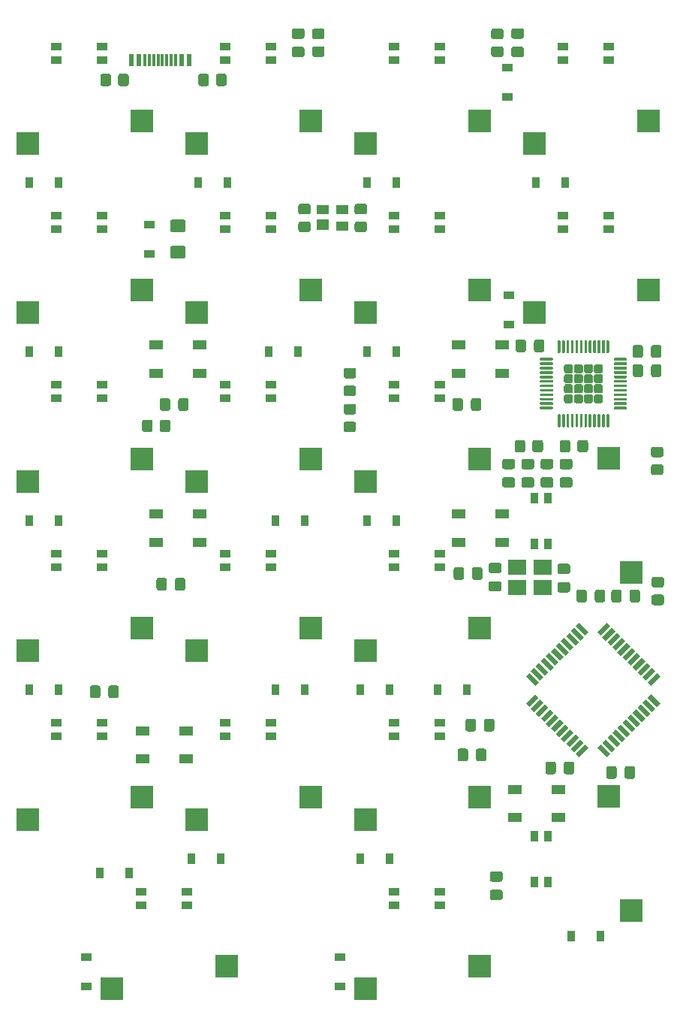
<source format=gbr>
%TF.GenerationSoftware,KiCad,Pcbnew,(5.1.9)-1*%
%TF.CreationDate,2021-06-12T17:38:07+02:00*%
%TF.ProjectId,tfk20-avr,74666b32-302d-4617-9672-2e6b69636164,rev?*%
%TF.SameCoordinates,Original*%
%TF.FileFunction,Paste,Bot*%
%TF.FilePolarity,Positive*%
%FSLAX46Y46*%
G04 Gerber Fmt 4.6, Leading zero omitted, Abs format (unit mm)*
G04 Created by KiCad (PCBNEW (5.1.9)-1) date 2021-06-12 17:38:07*
%MOMM*%
%LPD*%
G01*
G04 APERTURE LIST*
%ADD10R,2.550000X2.500000*%
%ADD11R,1.500000X1.000000*%
%ADD12C,0.100000*%
%ADD13R,1.190000X0.900000*%
%ADD14R,0.300000X1.450000*%
%ADD15R,0.600000X1.450000*%
%ADD16R,2.100000X1.800000*%
%ADD17R,2.500000X2.550000*%
%ADD18R,0.900000X1.190000*%
%ADD19R,0.900000X1.200000*%
%ADD20R,1.200000X0.900000*%
%ADD21R,1.400000X1.200000*%
%ADD22R,1.400000X1.000000*%
G04 APERTURE END LIST*
D10*
%TO.C,MX10*%
X142816250Y-89058750D03*
X129889250Y-91598750D03*
%TD*%
%TO.C,R1*%
G36*
G01*
X126949000Y-84893999D02*
X126949000Y-85794001D01*
G75*
G02*
X126699001Y-86044000I-249999J0D01*
G01*
X125998999Y-86044000D01*
G75*
G02*
X125749000Y-85794001I0J249999D01*
G01*
X125749000Y-84893999D01*
G75*
G02*
X125998999Y-84644000I249999J0D01*
G01*
X126699001Y-84644000D01*
G75*
G02*
X126949000Y-84893999I0J-249999D01*
G01*
G37*
G36*
G01*
X124949000Y-84893999D02*
X124949000Y-85794001D01*
G75*
G02*
X124699001Y-86044000I-249999J0D01*
G01*
X123998999Y-86044000D01*
G75*
G02*
X123749000Y-85794001I0J249999D01*
G01*
X123749000Y-84893999D01*
G75*
G02*
X123998999Y-84644000I249999J0D01*
G01*
X124699001Y-84644000D01*
G75*
G02*
X124949000Y-84893999I0J-249999D01*
G01*
G37*
%TD*%
D11*
%TO.C,D30*%
X159475000Y-98437500D03*
X159475000Y-95237500D03*
X164375000Y-98437500D03*
X164375000Y-95237500D03*
%TD*%
%TO.C,D29*%
X159475000Y-79387500D03*
X159475000Y-76187500D03*
X164375000Y-79387500D03*
X164375000Y-76187500D03*
%TD*%
%TO.C,D28*%
X125343750Y-79387500D03*
X125343750Y-76187500D03*
X130243750Y-79387500D03*
X130243750Y-76187500D03*
%TD*%
%TO.C,D27*%
X125343750Y-98437500D03*
X125343750Y-95237500D03*
X130243750Y-98437500D03*
X130243750Y-95237500D03*
%TD*%
%TO.C,D26*%
X123788000Y-122885000D03*
X123788000Y-119685000D03*
X128688000Y-122885000D03*
X128688000Y-119685000D03*
%TD*%
%TO.C,D25*%
X165825000Y-129489000D03*
X165825000Y-126289000D03*
X170725000Y-129489000D03*
X170725000Y-126289000D03*
%TD*%
%TO.C,C16*%
G36*
G01*
X160978000Y-102456000D02*
X160978000Y-101506000D01*
G75*
G02*
X161228000Y-101256000I250000J0D01*
G01*
X161903000Y-101256000D01*
G75*
G02*
X162153000Y-101506000I0J-250000D01*
G01*
X162153000Y-102456000D01*
G75*
G02*
X161903000Y-102706000I-250000J0D01*
G01*
X161228000Y-102706000D01*
G75*
G02*
X160978000Y-102456000I0J250000D01*
G01*
G37*
G36*
G01*
X158903000Y-102456000D02*
X158903000Y-101506000D01*
G75*
G02*
X159153000Y-101256000I250000J0D01*
G01*
X159828000Y-101256000D01*
G75*
G02*
X160078000Y-101506000I0J-250000D01*
G01*
X160078000Y-102456000D01*
G75*
G02*
X159828000Y-102706000I-250000J0D01*
G01*
X159153000Y-102706000D01*
G75*
G02*
X158903000Y-102456000I0J250000D01*
G01*
G37*
%TD*%
%TO.C,C15*%
G36*
G01*
X160851000Y-83406000D02*
X160851000Y-82456000D01*
G75*
G02*
X161101000Y-82206000I250000J0D01*
G01*
X161776000Y-82206000D01*
G75*
G02*
X162026000Y-82456000I0J-250000D01*
G01*
X162026000Y-83406000D01*
G75*
G02*
X161776000Y-83656000I-250000J0D01*
G01*
X161101000Y-83656000D01*
G75*
G02*
X160851000Y-83406000I0J250000D01*
G01*
G37*
G36*
G01*
X158776000Y-83406000D02*
X158776000Y-82456000D01*
G75*
G02*
X159026000Y-82206000I250000J0D01*
G01*
X159701000Y-82206000D01*
G75*
G02*
X159951000Y-82456000I0J-250000D01*
G01*
X159951000Y-83406000D01*
G75*
G02*
X159701000Y-83656000I-250000J0D01*
G01*
X159026000Y-83656000D01*
G75*
G02*
X158776000Y-83406000I0J250000D01*
G01*
G37*
%TD*%
%TO.C,C14*%
G36*
G01*
X127831000Y-83406000D02*
X127831000Y-82456000D01*
G75*
G02*
X128081000Y-82206000I250000J0D01*
G01*
X128756000Y-82206000D01*
G75*
G02*
X129006000Y-82456000I0J-250000D01*
G01*
X129006000Y-83406000D01*
G75*
G02*
X128756000Y-83656000I-250000J0D01*
G01*
X128081000Y-83656000D01*
G75*
G02*
X127831000Y-83406000I0J250000D01*
G01*
G37*
G36*
G01*
X125756000Y-83406000D02*
X125756000Y-82456000D01*
G75*
G02*
X126006000Y-82206000I250000J0D01*
G01*
X126681000Y-82206000D01*
G75*
G02*
X126931000Y-82456000I0J-250000D01*
G01*
X126931000Y-83406000D01*
G75*
G02*
X126681000Y-83656000I-250000J0D01*
G01*
X126006000Y-83656000D01*
G75*
G02*
X125756000Y-83406000I0J250000D01*
G01*
G37*
%TD*%
%TO.C,C13*%
G36*
G01*
X127450000Y-103662500D02*
X127450000Y-102712500D01*
G75*
G02*
X127700000Y-102462500I250000J0D01*
G01*
X128375000Y-102462500D01*
G75*
G02*
X128625000Y-102712500I0J-250000D01*
G01*
X128625000Y-103662500D01*
G75*
G02*
X128375000Y-103912500I-250000J0D01*
G01*
X127700000Y-103912500D01*
G75*
G02*
X127450000Y-103662500I0J250000D01*
G01*
G37*
G36*
G01*
X125375000Y-103662500D02*
X125375000Y-102712500D01*
G75*
G02*
X125625000Y-102462500I250000J0D01*
G01*
X126300000Y-102462500D01*
G75*
G02*
X126550000Y-102712500I0J-250000D01*
G01*
X126550000Y-103662500D01*
G75*
G02*
X126300000Y-103912500I-250000J0D01*
G01*
X125625000Y-103912500D01*
G75*
G02*
X125375000Y-103662500I0J250000D01*
G01*
G37*
%TD*%
%TO.C,C12*%
G36*
G01*
X119057000Y-114841000D02*
X119057000Y-115791000D01*
G75*
G02*
X118807000Y-116041000I-250000J0D01*
G01*
X118132000Y-116041000D01*
G75*
G02*
X117882000Y-115791000I0J250000D01*
G01*
X117882000Y-114841000D01*
G75*
G02*
X118132000Y-114591000I250000J0D01*
G01*
X118807000Y-114591000D01*
G75*
G02*
X119057000Y-114841000I0J-250000D01*
G01*
G37*
G36*
G01*
X121132000Y-114841000D02*
X121132000Y-115791000D01*
G75*
G02*
X120882000Y-116041000I-250000J0D01*
G01*
X120207000Y-116041000D01*
G75*
G02*
X119957000Y-115791000I0J250000D01*
G01*
X119957000Y-114841000D01*
G75*
G02*
X120207000Y-114591000I250000J0D01*
G01*
X120882000Y-114591000D01*
G75*
G02*
X121132000Y-114841000I0J-250000D01*
G01*
G37*
%TD*%
%TO.C,C11*%
G36*
G01*
X163228000Y-137610000D02*
X164178000Y-137610000D01*
G75*
G02*
X164428000Y-137860000I0J-250000D01*
G01*
X164428000Y-138535000D01*
G75*
G02*
X164178000Y-138785000I-250000J0D01*
G01*
X163228000Y-138785000D01*
G75*
G02*
X162978000Y-138535000I0J250000D01*
G01*
X162978000Y-137860000D01*
G75*
G02*
X163228000Y-137610000I250000J0D01*
G01*
G37*
G36*
G01*
X163228000Y-135535000D02*
X164178000Y-135535000D01*
G75*
G02*
X164428000Y-135785000I0J-250000D01*
G01*
X164428000Y-136460000D01*
G75*
G02*
X164178000Y-136710000I-250000J0D01*
G01*
X163228000Y-136710000D01*
G75*
G02*
X162978000Y-136460000I0J250000D01*
G01*
X162978000Y-135785000D01*
G75*
G02*
X163228000Y-135535000I250000J0D01*
G01*
G37*
%TD*%
D12*
%TO.C,U1*%
G36*
X173087042Y-122677470D02*
G01*
X172698134Y-122288562D01*
X173758794Y-121227902D01*
X174147702Y-121616810D01*
X173087042Y-122677470D01*
G37*
G36*
X172521357Y-122111784D02*
G01*
X172132449Y-121722876D01*
X173193109Y-120662216D01*
X173582017Y-121051124D01*
X172521357Y-122111784D01*
G37*
G36*
X171955672Y-121546099D02*
G01*
X171566764Y-121157191D01*
X172627424Y-120096531D01*
X173016332Y-120485439D01*
X171955672Y-121546099D01*
G37*
G36*
X171389986Y-120980414D02*
G01*
X171001078Y-120591506D01*
X172061738Y-119530846D01*
X172450646Y-119919754D01*
X171389986Y-120980414D01*
G37*
G36*
X170824301Y-120414728D02*
G01*
X170435393Y-120025820D01*
X171496053Y-118965160D01*
X171884961Y-119354068D01*
X170824301Y-120414728D01*
G37*
G36*
X170258615Y-119849043D02*
G01*
X169869707Y-119460135D01*
X170930367Y-118399475D01*
X171319275Y-118788383D01*
X170258615Y-119849043D01*
G37*
G36*
X169692930Y-119283357D02*
G01*
X169304022Y-118894449D01*
X170364682Y-117833789D01*
X170753590Y-118222697D01*
X169692930Y-119283357D01*
G37*
G36*
X169127244Y-118717672D02*
G01*
X168738336Y-118328764D01*
X169798996Y-117268104D01*
X170187904Y-117657012D01*
X169127244Y-118717672D01*
G37*
G36*
X168561559Y-118151986D02*
G01*
X168172651Y-117763078D01*
X169233311Y-116702418D01*
X169622219Y-117091326D01*
X168561559Y-118151986D01*
G37*
G36*
X167995874Y-117586301D02*
G01*
X167606966Y-117197393D01*
X168667626Y-116136733D01*
X169056534Y-116525641D01*
X167995874Y-117586301D01*
G37*
G36*
X167430188Y-117020616D02*
G01*
X167041280Y-116631708D01*
X168101940Y-115571048D01*
X168490848Y-115959956D01*
X167430188Y-117020616D01*
G37*
G36*
X167041280Y-113555792D02*
G01*
X167430188Y-113166884D01*
X168490848Y-114227544D01*
X168101940Y-114616452D01*
X167041280Y-113555792D01*
G37*
G36*
X167606966Y-112990107D02*
G01*
X167995874Y-112601199D01*
X169056534Y-113661859D01*
X168667626Y-114050767D01*
X167606966Y-112990107D01*
G37*
G36*
X168172651Y-112424422D02*
G01*
X168561559Y-112035514D01*
X169622219Y-113096174D01*
X169233311Y-113485082D01*
X168172651Y-112424422D01*
G37*
G36*
X168738336Y-111858736D02*
G01*
X169127244Y-111469828D01*
X170187904Y-112530488D01*
X169798996Y-112919396D01*
X168738336Y-111858736D01*
G37*
G36*
X169304022Y-111293051D02*
G01*
X169692930Y-110904143D01*
X170753590Y-111964803D01*
X170364682Y-112353711D01*
X169304022Y-111293051D01*
G37*
G36*
X169869707Y-110727365D02*
G01*
X170258615Y-110338457D01*
X171319275Y-111399117D01*
X170930367Y-111788025D01*
X169869707Y-110727365D01*
G37*
G36*
X170435393Y-110161680D02*
G01*
X170824301Y-109772772D01*
X171884961Y-110833432D01*
X171496053Y-111222340D01*
X170435393Y-110161680D01*
G37*
G36*
X171001078Y-109595994D02*
G01*
X171389986Y-109207086D01*
X172450646Y-110267746D01*
X172061738Y-110656654D01*
X171001078Y-109595994D01*
G37*
G36*
X171566764Y-109030309D02*
G01*
X171955672Y-108641401D01*
X173016332Y-109702061D01*
X172627424Y-110090969D01*
X171566764Y-109030309D01*
G37*
G36*
X172132449Y-108464624D02*
G01*
X172521357Y-108075716D01*
X173582017Y-109136376D01*
X173193109Y-109525284D01*
X172132449Y-108464624D01*
G37*
G36*
X172698134Y-107898938D02*
G01*
X173087042Y-107510030D01*
X174147702Y-108570690D01*
X173758794Y-108959598D01*
X172698134Y-107898938D01*
G37*
G36*
X175491206Y-108959598D02*
G01*
X175102298Y-108570690D01*
X176162958Y-107510030D01*
X176551866Y-107898938D01*
X175491206Y-108959598D01*
G37*
G36*
X176056891Y-109525284D02*
G01*
X175667983Y-109136376D01*
X176728643Y-108075716D01*
X177117551Y-108464624D01*
X176056891Y-109525284D01*
G37*
G36*
X176622576Y-110090969D02*
G01*
X176233668Y-109702061D01*
X177294328Y-108641401D01*
X177683236Y-109030309D01*
X176622576Y-110090969D01*
G37*
G36*
X177188262Y-110656654D02*
G01*
X176799354Y-110267746D01*
X177860014Y-109207086D01*
X178248922Y-109595994D01*
X177188262Y-110656654D01*
G37*
G36*
X177753947Y-111222340D02*
G01*
X177365039Y-110833432D01*
X178425699Y-109772772D01*
X178814607Y-110161680D01*
X177753947Y-111222340D01*
G37*
G36*
X178319633Y-111788025D02*
G01*
X177930725Y-111399117D01*
X178991385Y-110338457D01*
X179380293Y-110727365D01*
X178319633Y-111788025D01*
G37*
G36*
X178885318Y-112353711D02*
G01*
X178496410Y-111964803D01*
X179557070Y-110904143D01*
X179945978Y-111293051D01*
X178885318Y-112353711D01*
G37*
G36*
X179451004Y-112919396D02*
G01*
X179062096Y-112530488D01*
X180122756Y-111469828D01*
X180511664Y-111858736D01*
X179451004Y-112919396D01*
G37*
G36*
X180016689Y-113485082D02*
G01*
X179627781Y-113096174D01*
X180688441Y-112035514D01*
X181077349Y-112424422D01*
X180016689Y-113485082D01*
G37*
G36*
X180582374Y-114050767D02*
G01*
X180193466Y-113661859D01*
X181254126Y-112601199D01*
X181643034Y-112990107D01*
X180582374Y-114050767D01*
G37*
G36*
X181148060Y-114616452D02*
G01*
X180759152Y-114227544D01*
X181819812Y-113166884D01*
X182208720Y-113555792D01*
X181148060Y-114616452D01*
G37*
G36*
X180759152Y-115959956D02*
G01*
X181148060Y-115571048D01*
X182208720Y-116631708D01*
X181819812Y-117020616D01*
X180759152Y-115959956D01*
G37*
G36*
X180193466Y-116525641D02*
G01*
X180582374Y-116136733D01*
X181643034Y-117197393D01*
X181254126Y-117586301D01*
X180193466Y-116525641D01*
G37*
G36*
X179627781Y-117091326D02*
G01*
X180016689Y-116702418D01*
X181077349Y-117763078D01*
X180688441Y-118151986D01*
X179627781Y-117091326D01*
G37*
G36*
X179062096Y-117657012D02*
G01*
X179451004Y-117268104D01*
X180511664Y-118328764D01*
X180122756Y-118717672D01*
X179062096Y-117657012D01*
G37*
G36*
X178496410Y-118222697D02*
G01*
X178885318Y-117833789D01*
X179945978Y-118894449D01*
X179557070Y-119283357D01*
X178496410Y-118222697D01*
G37*
G36*
X177930725Y-118788383D02*
G01*
X178319633Y-118399475D01*
X179380293Y-119460135D01*
X178991385Y-119849043D01*
X177930725Y-118788383D01*
G37*
G36*
X177365039Y-119354068D02*
G01*
X177753947Y-118965160D01*
X178814607Y-120025820D01*
X178425699Y-120414728D01*
X177365039Y-119354068D01*
G37*
G36*
X176799354Y-119919754D02*
G01*
X177188262Y-119530846D01*
X178248922Y-120591506D01*
X177860014Y-120980414D01*
X176799354Y-119919754D01*
G37*
G36*
X176233668Y-120485439D02*
G01*
X176622576Y-120096531D01*
X177683236Y-121157191D01*
X177294328Y-121546099D01*
X176233668Y-120485439D01*
G37*
G36*
X175667983Y-121051124D02*
G01*
X176056891Y-120662216D01*
X177117551Y-121722876D01*
X176728643Y-122111784D01*
X175667983Y-121051124D01*
G37*
G36*
X175102298Y-121616810D02*
G01*
X175491206Y-121227902D01*
X176551866Y-122288562D01*
X176162958Y-122677470D01*
X175102298Y-121616810D01*
G37*
%TD*%
D13*
%TO.C,D31*%
X119276250Y-42588750D03*
X114086250Y-44088750D03*
X114086250Y-42588750D03*
X119276250Y-44088750D03*
%TD*%
%TO.C,D36*%
X138326250Y-63138750D03*
X133136250Y-61638750D03*
X133136250Y-63138750D03*
X138326250Y-61638750D03*
%TD*%
D14*
%TO.C,J1*%
X125559375Y-44129375D03*
X127559375Y-44129375D03*
X127059375Y-44129375D03*
X126559375Y-44129375D03*
X126059375Y-44129375D03*
X125059375Y-44129375D03*
X124559375Y-44129375D03*
X124059375Y-44129375D03*
D15*
X129059375Y-44129375D03*
X128259375Y-44129375D03*
X123359375Y-44129375D03*
X122559375Y-44129375D03*
X122559375Y-44129375D03*
X123359375Y-44129375D03*
X128259375Y-44129375D03*
X129059375Y-44129375D03*
%TD*%
D16*
%TO.C,Y1*%
X168931250Y-103543750D03*
X166031250Y-103543750D03*
X166031250Y-101243750D03*
X168931250Y-101243750D03*
%TD*%
%TO.C,U2*%
G36*
G01*
X168645500Y-83406500D02*
X168645500Y-83256500D01*
G75*
G02*
X168720500Y-83181500I75000J0D01*
G01*
X170045500Y-83181500D01*
G75*
G02*
X170120500Y-83256500I0J-75000D01*
G01*
X170120500Y-83406500D01*
G75*
G02*
X170045500Y-83481500I-75000J0D01*
G01*
X168720500Y-83481500D01*
G75*
G02*
X168645500Y-83406500I0J75000D01*
G01*
G37*
G36*
G01*
X168645500Y-82906500D02*
X168645500Y-82756500D01*
G75*
G02*
X168720500Y-82681500I75000J0D01*
G01*
X170045500Y-82681500D01*
G75*
G02*
X170120500Y-82756500I0J-75000D01*
G01*
X170120500Y-82906500D01*
G75*
G02*
X170045500Y-82981500I-75000J0D01*
G01*
X168720500Y-82981500D01*
G75*
G02*
X168645500Y-82906500I0J75000D01*
G01*
G37*
G36*
G01*
X168645500Y-82406500D02*
X168645500Y-82256500D01*
G75*
G02*
X168720500Y-82181500I75000J0D01*
G01*
X170045500Y-82181500D01*
G75*
G02*
X170120500Y-82256500I0J-75000D01*
G01*
X170120500Y-82406500D01*
G75*
G02*
X170045500Y-82481500I-75000J0D01*
G01*
X168720500Y-82481500D01*
G75*
G02*
X168645500Y-82406500I0J75000D01*
G01*
G37*
G36*
G01*
X168645500Y-81906500D02*
X168645500Y-81756500D01*
G75*
G02*
X168720500Y-81681500I75000J0D01*
G01*
X170045500Y-81681500D01*
G75*
G02*
X170120500Y-81756500I0J-75000D01*
G01*
X170120500Y-81906500D01*
G75*
G02*
X170045500Y-81981500I-75000J0D01*
G01*
X168720500Y-81981500D01*
G75*
G02*
X168645500Y-81906500I0J75000D01*
G01*
G37*
G36*
G01*
X168645500Y-81406500D02*
X168645500Y-81256500D01*
G75*
G02*
X168720500Y-81181500I75000J0D01*
G01*
X170045500Y-81181500D01*
G75*
G02*
X170120500Y-81256500I0J-75000D01*
G01*
X170120500Y-81406500D01*
G75*
G02*
X170045500Y-81481500I-75000J0D01*
G01*
X168720500Y-81481500D01*
G75*
G02*
X168645500Y-81406500I0J75000D01*
G01*
G37*
G36*
G01*
X168645500Y-80906500D02*
X168645500Y-80756500D01*
G75*
G02*
X168720500Y-80681500I75000J0D01*
G01*
X170045500Y-80681500D01*
G75*
G02*
X170120500Y-80756500I0J-75000D01*
G01*
X170120500Y-80906500D01*
G75*
G02*
X170045500Y-80981500I-75000J0D01*
G01*
X168720500Y-80981500D01*
G75*
G02*
X168645500Y-80906500I0J75000D01*
G01*
G37*
G36*
G01*
X168645500Y-80406500D02*
X168645500Y-80256500D01*
G75*
G02*
X168720500Y-80181500I75000J0D01*
G01*
X170045500Y-80181500D01*
G75*
G02*
X170120500Y-80256500I0J-75000D01*
G01*
X170120500Y-80406500D01*
G75*
G02*
X170045500Y-80481500I-75000J0D01*
G01*
X168720500Y-80481500D01*
G75*
G02*
X168645500Y-80406500I0J75000D01*
G01*
G37*
G36*
G01*
X168645500Y-79906500D02*
X168645500Y-79756500D01*
G75*
G02*
X168720500Y-79681500I75000J0D01*
G01*
X170045500Y-79681500D01*
G75*
G02*
X170120500Y-79756500I0J-75000D01*
G01*
X170120500Y-79906500D01*
G75*
G02*
X170045500Y-79981500I-75000J0D01*
G01*
X168720500Y-79981500D01*
G75*
G02*
X168645500Y-79906500I0J75000D01*
G01*
G37*
G36*
G01*
X168645500Y-79406500D02*
X168645500Y-79256500D01*
G75*
G02*
X168720500Y-79181500I75000J0D01*
G01*
X170045500Y-79181500D01*
G75*
G02*
X170120500Y-79256500I0J-75000D01*
G01*
X170120500Y-79406500D01*
G75*
G02*
X170045500Y-79481500I-75000J0D01*
G01*
X168720500Y-79481500D01*
G75*
G02*
X168645500Y-79406500I0J75000D01*
G01*
G37*
G36*
G01*
X168645500Y-78906500D02*
X168645500Y-78756500D01*
G75*
G02*
X168720500Y-78681500I75000J0D01*
G01*
X170045500Y-78681500D01*
G75*
G02*
X170120500Y-78756500I0J-75000D01*
G01*
X170120500Y-78906500D01*
G75*
G02*
X170045500Y-78981500I-75000J0D01*
G01*
X168720500Y-78981500D01*
G75*
G02*
X168645500Y-78906500I0J75000D01*
G01*
G37*
G36*
G01*
X168645500Y-78406500D02*
X168645500Y-78256500D01*
G75*
G02*
X168720500Y-78181500I75000J0D01*
G01*
X170045500Y-78181500D01*
G75*
G02*
X170120500Y-78256500I0J-75000D01*
G01*
X170120500Y-78406500D01*
G75*
G02*
X170045500Y-78481500I-75000J0D01*
G01*
X168720500Y-78481500D01*
G75*
G02*
X168645500Y-78406500I0J75000D01*
G01*
G37*
G36*
G01*
X168645500Y-77906500D02*
X168645500Y-77756500D01*
G75*
G02*
X168720500Y-77681500I75000J0D01*
G01*
X170045500Y-77681500D01*
G75*
G02*
X170120500Y-77756500I0J-75000D01*
G01*
X170120500Y-77906500D01*
G75*
G02*
X170045500Y-77981500I-75000J0D01*
G01*
X168720500Y-77981500D01*
G75*
G02*
X168645500Y-77906500I0J75000D01*
G01*
G37*
G36*
G01*
X170645500Y-77081500D02*
X170645500Y-75756500D01*
G75*
G02*
X170720500Y-75681500I75000J0D01*
G01*
X170870500Y-75681500D01*
G75*
G02*
X170945500Y-75756500I0J-75000D01*
G01*
X170945500Y-77081500D01*
G75*
G02*
X170870500Y-77156500I-75000J0D01*
G01*
X170720500Y-77156500D01*
G75*
G02*
X170645500Y-77081500I0J75000D01*
G01*
G37*
G36*
G01*
X171145500Y-77081500D02*
X171145500Y-75756500D01*
G75*
G02*
X171220500Y-75681500I75000J0D01*
G01*
X171370500Y-75681500D01*
G75*
G02*
X171445500Y-75756500I0J-75000D01*
G01*
X171445500Y-77081500D01*
G75*
G02*
X171370500Y-77156500I-75000J0D01*
G01*
X171220500Y-77156500D01*
G75*
G02*
X171145500Y-77081500I0J75000D01*
G01*
G37*
G36*
G01*
X171645500Y-77081500D02*
X171645500Y-75756500D01*
G75*
G02*
X171720500Y-75681500I75000J0D01*
G01*
X171870500Y-75681500D01*
G75*
G02*
X171945500Y-75756500I0J-75000D01*
G01*
X171945500Y-77081500D01*
G75*
G02*
X171870500Y-77156500I-75000J0D01*
G01*
X171720500Y-77156500D01*
G75*
G02*
X171645500Y-77081500I0J75000D01*
G01*
G37*
G36*
G01*
X172145500Y-77081500D02*
X172145500Y-75756500D01*
G75*
G02*
X172220500Y-75681500I75000J0D01*
G01*
X172370500Y-75681500D01*
G75*
G02*
X172445500Y-75756500I0J-75000D01*
G01*
X172445500Y-77081500D01*
G75*
G02*
X172370500Y-77156500I-75000J0D01*
G01*
X172220500Y-77156500D01*
G75*
G02*
X172145500Y-77081500I0J75000D01*
G01*
G37*
G36*
G01*
X172645500Y-77081500D02*
X172645500Y-75756500D01*
G75*
G02*
X172720500Y-75681500I75000J0D01*
G01*
X172870500Y-75681500D01*
G75*
G02*
X172945500Y-75756500I0J-75000D01*
G01*
X172945500Y-77081500D01*
G75*
G02*
X172870500Y-77156500I-75000J0D01*
G01*
X172720500Y-77156500D01*
G75*
G02*
X172645500Y-77081500I0J75000D01*
G01*
G37*
G36*
G01*
X173145500Y-77081500D02*
X173145500Y-75756500D01*
G75*
G02*
X173220500Y-75681500I75000J0D01*
G01*
X173370500Y-75681500D01*
G75*
G02*
X173445500Y-75756500I0J-75000D01*
G01*
X173445500Y-77081500D01*
G75*
G02*
X173370500Y-77156500I-75000J0D01*
G01*
X173220500Y-77156500D01*
G75*
G02*
X173145500Y-77081500I0J75000D01*
G01*
G37*
G36*
G01*
X173645500Y-77081500D02*
X173645500Y-75756500D01*
G75*
G02*
X173720500Y-75681500I75000J0D01*
G01*
X173870500Y-75681500D01*
G75*
G02*
X173945500Y-75756500I0J-75000D01*
G01*
X173945500Y-77081500D01*
G75*
G02*
X173870500Y-77156500I-75000J0D01*
G01*
X173720500Y-77156500D01*
G75*
G02*
X173645500Y-77081500I0J75000D01*
G01*
G37*
G36*
G01*
X174145500Y-77081500D02*
X174145500Y-75756500D01*
G75*
G02*
X174220500Y-75681500I75000J0D01*
G01*
X174370500Y-75681500D01*
G75*
G02*
X174445500Y-75756500I0J-75000D01*
G01*
X174445500Y-77081500D01*
G75*
G02*
X174370500Y-77156500I-75000J0D01*
G01*
X174220500Y-77156500D01*
G75*
G02*
X174145500Y-77081500I0J75000D01*
G01*
G37*
G36*
G01*
X174645500Y-77081500D02*
X174645500Y-75756500D01*
G75*
G02*
X174720500Y-75681500I75000J0D01*
G01*
X174870500Y-75681500D01*
G75*
G02*
X174945500Y-75756500I0J-75000D01*
G01*
X174945500Y-77081500D01*
G75*
G02*
X174870500Y-77156500I-75000J0D01*
G01*
X174720500Y-77156500D01*
G75*
G02*
X174645500Y-77081500I0J75000D01*
G01*
G37*
G36*
G01*
X175145500Y-77081500D02*
X175145500Y-75756500D01*
G75*
G02*
X175220500Y-75681500I75000J0D01*
G01*
X175370500Y-75681500D01*
G75*
G02*
X175445500Y-75756500I0J-75000D01*
G01*
X175445500Y-77081500D01*
G75*
G02*
X175370500Y-77156500I-75000J0D01*
G01*
X175220500Y-77156500D01*
G75*
G02*
X175145500Y-77081500I0J75000D01*
G01*
G37*
G36*
G01*
X175645500Y-77081500D02*
X175645500Y-75756500D01*
G75*
G02*
X175720500Y-75681500I75000J0D01*
G01*
X175870500Y-75681500D01*
G75*
G02*
X175945500Y-75756500I0J-75000D01*
G01*
X175945500Y-77081500D01*
G75*
G02*
X175870500Y-77156500I-75000J0D01*
G01*
X175720500Y-77156500D01*
G75*
G02*
X175645500Y-77081500I0J75000D01*
G01*
G37*
G36*
G01*
X176145500Y-77081500D02*
X176145500Y-75756500D01*
G75*
G02*
X176220500Y-75681500I75000J0D01*
G01*
X176370500Y-75681500D01*
G75*
G02*
X176445500Y-75756500I0J-75000D01*
G01*
X176445500Y-77081500D01*
G75*
G02*
X176370500Y-77156500I-75000J0D01*
G01*
X176220500Y-77156500D01*
G75*
G02*
X176145500Y-77081500I0J75000D01*
G01*
G37*
G36*
G01*
X176970500Y-77906500D02*
X176970500Y-77756500D01*
G75*
G02*
X177045500Y-77681500I75000J0D01*
G01*
X178370500Y-77681500D01*
G75*
G02*
X178445500Y-77756500I0J-75000D01*
G01*
X178445500Y-77906500D01*
G75*
G02*
X178370500Y-77981500I-75000J0D01*
G01*
X177045500Y-77981500D01*
G75*
G02*
X176970500Y-77906500I0J75000D01*
G01*
G37*
G36*
G01*
X176970500Y-78406500D02*
X176970500Y-78256500D01*
G75*
G02*
X177045500Y-78181500I75000J0D01*
G01*
X178370500Y-78181500D01*
G75*
G02*
X178445500Y-78256500I0J-75000D01*
G01*
X178445500Y-78406500D01*
G75*
G02*
X178370500Y-78481500I-75000J0D01*
G01*
X177045500Y-78481500D01*
G75*
G02*
X176970500Y-78406500I0J75000D01*
G01*
G37*
G36*
G01*
X176970500Y-78906500D02*
X176970500Y-78756500D01*
G75*
G02*
X177045500Y-78681500I75000J0D01*
G01*
X178370500Y-78681500D01*
G75*
G02*
X178445500Y-78756500I0J-75000D01*
G01*
X178445500Y-78906500D01*
G75*
G02*
X178370500Y-78981500I-75000J0D01*
G01*
X177045500Y-78981500D01*
G75*
G02*
X176970500Y-78906500I0J75000D01*
G01*
G37*
G36*
G01*
X176970500Y-79406500D02*
X176970500Y-79256500D01*
G75*
G02*
X177045500Y-79181500I75000J0D01*
G01*
X178370500Y-79181500D01*
G75*
G02*
X178445500Y-79256500I0J-75000D01*
G01*
X178445500Y-79406500D01*
G75*
G02*
X178370500Y-79481500I-75000J0D01*
G01*
X177045500Y-79481500D01*
G75*
G02*
X176970500Y-79406500I0J75000D01*
G01*
G37*
G36*
G01*
X176970500Y-79906500D02*
X176970500Y-79756500D01*
G75*
G02*
X177045500Y-79681500I75000J0D01*
G01*
X178370500Y-79681500D01*
G75*
G02*
X178445500Y-79756500I0J-75000D01*
G01*
X178445500Y-79906500D01*
G75*
G02*
X178370500Y-79981500I-75000J0D01*
G01*
X177045500Y-79981500D01*
G75*
G02*
X176970500Y-79906500I0J75000D01*
G01*
G37*
G36*
G01*
X176970500Y-80406500D02*
X176970500Y-80256500D01*
G75*
G02*
X177045500Y-80181500I75000J0D01*
G01*
X178370500Y-80181500D01*
G75*
G02*
X178445500Y-80256500I0J-75000D01*
G01*
X178445500Y-80406500D01*
G75*
G02*
X178370500Y-80481500I-75000J0D01*
G01*
X177045500Y-80481500D01*
G75*
G02*
X176970500Y-80406500I0J75000D01*
G01*
G37*
G36*
G01*
X176970500Y-80906500D02*
X176970500Y-80756500D01*
G75*
G02*
X177045500Y-80681500I75000J0D01*
G01*
X178370500Y-80681500D01*
G75*
G02*
X178445500Y-80756500I0J-75000D01*
G01*
X178445500Y-80906500D01*
G75*
G02*
X178370500Y-80981500I-75000J0D01*
G01*
X177045500Y-80981500D01*
G75*
G02*
X176970500Y-80906500I0J75000D01*
G01*
G37*
G36*
G01*
X176970500Y-81406500D02*
X176970500Y-81256500D01*
G75*
G02*
X177045500Y-81181500I75000J0D01*
G01*
X178370500Y-81181500D01*
G75*
G02*
X178445500Y-81256500I0J-75000D01*
G01*
X178445500Y-81406500D01*
G75*
G02*
X178370500Y-81481500I-75000J0D01*
G01*
X177045500Y-81481500D01*
G75*
G02*
X176970500Y-81406500I0J75000D01*
G01*
G37*
G36*
G01*
X176970500Y-81906500D02*
X176970500Y-81756500D01*
G75*
G02*
X177045500Y-81681500I75000J0D01*
G01*
X178370500Y-81681500D01*
G75*
G02*
X178445500Y-81756500I0J-75000D01*
G01*
X178445500Y-81906500D01*
G75*
G02*
X178370500Y-81981500I-75000J0D01*
G01*
X177045500Y-81981500D01*
G75*
G02*
X176970500Y-81906500I0J75000D01*
G01*
G37*
G36*
G01*
X176970500Y-82406500D02*
X176970500Y-82256500D01*
G75*
G02*
X177045500Y-82181500I75000J0D01*
G01*
X178370500Y-82181500D01*
G75*
G02*
X178445500Y-82256500I0J-75000D01*
G01*
X178445500Y-82406500D01*
G75*
G02*
X178370500Y-82481500I-75000J0D01*
G01*
X177045500Y-82481500D01*
G75*
G02*
X176970500Y-82406500I0J75000D01*
G01*
G37*
G36*
G01*
X176970500Y-82906500D02*
X176970500Y-82756500D01*
G75*
G02*
X177045500Y-82681500I75000J0D01*
G01*
X178370500Y-82681500D01*
G75*
G02*
X178445500Y-82756500I0J-75000D01*
G01*
X178445500Y-82906500D01*
G75*
G02*
X178370500Y-82981500I-75000J0D01*
G01*
X177045500Y-82981500D01*
G75*
G02*
X176970500Y-82906500I0J75000D01*
G01*
G37*
G36*
G01*
X176970500Y-83406500D02*
X176970500Y-83256500D01*
G75*
G02*
X177045500Y-83181500I75000J0D01*
G01*
X178370500Y-83181500D01*
G75*
G02*
X178445500Y-83256500I0J-75000D01*
G01*
X178445500Y-83406500D01*
G75*
G02*
X178370500Y-83481500I-75000J0D01*
G01*
X177045500Y-83481500D01*
G75*
G02*
X176970500Y-83406500I0J75000D01*
G01*
G37*
G36*
G01*
X176145500Y-85406500D02*
X176145500Y-84081500D01*
G75*
G02*
X176220500Y-84006500I75000J0D01*
G01*
X176370500Y-84006500D01*
G75*
G02*
X176445500Y-84081500I0J-75000D01*
G01*
X176445500Y-85406500D01*
G75*
G02*
X176370500Y-85481500I-75000J0D01*
G01*
X176220500Y-85481500D01*
G75*
G02*
X176145500Y-85406500I0J75000D01*
G01*
G37*
G36*
G01*
X175645500Y-85406500D02*
X175645500Y-84081500D01*
G75*
G02*
X175720500Y-84006500I75000J0D01*
G01*
X175870500Y-84006500D01*
G75*
G02*
X175945500Y-84081500I0J-75000D01*
G01*
X175945500Y-85406500D01*
G75*
G02*
X175870500Y-85481500I-75000J0D01*
G01*
X175720500Y-85481500D01*
G75*
G02*
X175645500Y-85406500I0J75000D01*
G01*
G37*
G36*
G01*
X175145500Y-85406500D02*
X175145500Y-84081500D01*
G75*
G02*
X175220500Y-84006500I75000J0D01*
G01*
X175370500Y-84006500D01*
G75*
G02*
X175445500Y-84081500I0J-75000D01*
G01*
X175445500Y-85406500D01*
G75*
G02*
X175370500Y-85481500I-75000J0D01*
G01*
X175220500Y-85481500D01*
G75*
G02*
X175145500Y-85406500I0J75000D01*
G01*
G37*
G36*
G01*
X174645500Y-85406500D02*
X174645500Y-84081500D01*
G75*
G02*
X174720500Y-84006500I75000J0D01*
G01*
X174870500Y-84006500D01*
G75*
G02*
X174945500Y-84081500I0J-75000D01*
G01*
X174945500Y-85406500D01*
G75*
G02*
X174870500Y-85481500I-75000J0D01*
G01*
X174720500Y-85481500D01*
G75*
G02*
X174645500Y-85406500I0J75000D01*
G01*
G37*
G36*
G01*
X174145500Y-85406500D02*
X174145500Y-84081500D01*
G75*
G02*
X174220500Y-84006500I75000J0D01*
G01*
X174370500Y-84006500D01*
G75*
G02*
X174445500Y-84081500I0J-75000D01*
G01*
X174445500Y-85406500D01*
G75*
G02*
X174370500Y-85481500I-75000J0D01*
G01*
X174220500Y-85481500D01*
G75*
G02*
X174145500Y-85406500I0J75000D01*
G01*
G37*
G36*
G01*
X173645500Y-85406500D02*
X173645500Y-84081500D01*
G75*
G02*
X173720500Y-84006500I75000J0D01*
G01*
X173870500Y-84006500D01*
G75*
G02*
X173945500Y-84081500I0J-75000D01*
G01*
X173945500Y-85406500D01*
G75*
G02*
X173870500Y-85481500I-75000J0D01*
G01*
X173720500Y-85481500D01*
G75*
G02*
X173645500Y-85406500I0J75000D01*
G01*
G37*
G36*
G01*
X173145500Y-85406500D02*
X173145500Y-84081500D01*
G75*
G02*
X173220500Y-84006500I75000J0D01*
G01*
X173370500Y-84006500D01*
G75*
G02*
X173445500Y-84081500I0J-75000D01*
G01*
X173445500Y-85406500D01*
G75*
G02*
X173370500Y-85481500I-75000J0D01*
G01*
X173220500Y-85481500D01*
G75*
G02*
X173145500Y-85406500I0J75000D01*
G01*
G37*
G36*
G01*
X172645500Y-85406500D02*
X172645500Y-84081500D01*
G75*
G02*
X172720500Y-84006500I75000J0D01*
G01*
X172870500Y-84006500D01*
G75*
G02*
X172945500Y-84081500I0J-75000D01*
G01*
X172945500Y-85406500D01*
G75*
G02*
X172870500Y-85481500I-75000J0D01*
G01*
X172720500Y-85481500D01*
G75*
G02*
X172645500Y-85406500I0J75000D01*
G01*
G37*
G36*
G01*
X172145500Y-85406500D02*
X172145500Y-84081500D01*
G75*
G02*
X172220500Y-84006500I75000J0D01*
G01*
X172370500Y-84006500D01*
G75*
G02*
X172445500Y-84081500I0J-75000D01*
G01*
X172445500Y-85406500D01*
G75*
G02*
X172370500Y-85481500I-75000J0D01*
G01*
X172220500Y-85481500D01*
G75*
G02*
X172145500Y-85406500I0J75000D01*
G01*
G37*
G36*
G01*
X171645500Y-85406500D02*
X171645500Y-84081500D01*
G75*
G02*
X171720500Y-84006500I75000J0D01*
G01*
X171870500Y-84006500D01*
G75*
G02*
X171945500Y-84081500I0J-75000D01*
G01*
X171945500Y-85406500D01*
G75*
G02*
X171870500Y-85481500I-75000J0D01*
G01*
X171720500Y-85481500D01*
G75*
G02*
X171645500Y-85406500I0J75000D01*
G01*
G37*
G36*
G01*
X171145500Y-85406500D02*
X171145500Y-84081500D01*
G75*
G02*
X171220500Y-84006500I75000J0D01*
G01*
X171370500Y-84006500D01*
G75*
G02*
X171445500Y-84081500I0J-75000D01*
G01*
X171445500Y-85406500D01*
G75*
G02*
X171370500Y-85481500I-75000J0D01*
G01*
X171220500Y-85481500D01*
G75*
G02*
X171145500Y-85406500I0J75000D01*
G01*
G37*
G36*
G01*
X170645500Y-85406500D02*
X170645500Y-84081500D01*
G75*
G02*
X170720500Y-84006500I75000J0D01*
G01*
X170870500Y-84006500D01*
G75*
G02*
X170945500Y-84081500I0J-75000D01*
G01*
X170945500Y-85406500D01*
G75*
G02*
X170870500Y-85481500I-75000J0D01*
G01*
X170720500Y-85481500D01*
G75*
G02*
X170645500Y-85406500I0J75000D01*
G01*
G37*
D12*
G36*
X172170604Y-81767359D02*
G01*
X172192574Y-81774024D01*
X172212821Y-81784846D01*
X172230568Y-81799411D01*
X172327589Y-81896432D01*
X172342154Y-81914179D01*
X172352976Y-81934426D01*
X172359641Y-81956396D01*
X172361891Y-81979244D01*
X172361891Y-82558756D01*
X172359641Y-82581604D01*
X172352976Y-82603574D01*
X172342154Y-82623821D01*
X172327589Y-82641568D01*
X172230568Y-82738589D01*
X172212821Y-82753154D01*
X172192574Y-82763976D01*
X172170604Y-82770641D01*
X172147756Y-82772891D01*
X171568244Y-82772891D01*
X171545396Y-82770641D01*
X171523426Y-82763976D01*
X171503179Y-82753154D01*
X171485432Y-82738589D01*
X171388411Y-82641568D01*
X171373846Y-82623821D01*
X171363024Y-82603574D01*
X171356359Y-82581604D01*
X171354109Y-82558756D01*
X171354109Y-81979244D01*
X171356359Y-81956396D01*
X171363024Y-81934426D01*
X171373846Y-81914179D01*
X171388411Y-81896432D01*
X171485432Y-81799411D01*
X171503179Y-81784846D01*
X171523426Y-81774024D01*
X171545396Y-81767359D01*
X171568244Y-81765109D01*
X172147756Y-81765109D01*
X172170604Y-81767359D01*
G37*
G36*
X172170604Y-80642359D02*
G01*
X172192574Y-80649024D01*
X172212821Y-80659846D01*
X172230568Y-80674411D01*
X172327589Y-80771432D01*
X172342154Y-80789179D01*
X172352976Y-80809426D01*
X172359641Y-80831396D01*
X172361891Y-80854244D01*
X172361891Y-81433756D01*
X172359641Y-81456604D01*
X172352976Y-81478574D01*
X172342154Y-81498821D01*
X172327589Y-81516568D01*
X172230568Y-81613589D01*
X172212821Y-81628154D01*
X172192574Y-81638976D01*
X172170604Y-81645641D01*
X172147756Y-81647891D01*
X171568244Y-81647891D01*
X171545396Y-81645641D01*
X171523426Y-81638976D01*
X171503179Y-81628154D01*
X171485432Y-81613589D01*
X171388411Y-81516568D01*
X171373846Y-81498821D01*
X171363024Y-81478574D01*
X171356359Y-81456604D01*
X171354109Y-81433756D01*
X171354109Y-80854244D01*
X171356359Y-80831396D01*
X171363024Y-80809426D01*
X171373846Y-80789179D01*
X171388411Y-80771432D01*
X171485432Y-80674411D01*
X171503179Y-80659846D01*
X171523426Y-80649024D01*
X171545396Y-80642359D01*
X171568244Y-80640109D01*
X172147756Y-80640109D01*
X172170604Y-80642359D01*
G37*
G36*
X172170604Y-79517359D02*
G01*
X172192574Y-79524024D01*
X172212821Y-79534846D01*
X172230568Y-79549411D01*
X172327589Y-79646432D01*
X172342154Y-79664179D01*
X172352976Y-79684426D01*
X172359641Y-79706396D01*
X172361891Y-79729244D01*
X172361891Y-80308756D01*
X172359641Y-80331604D01*
X172352976Y-80353574D01*
X172342154Y-80373821D01*
X172327589Y-80391568D01*
X172230568Y-80488589D01*
X172212821Y-80503154D01*
X172192574Y-80513976D01*
X172170604Y-80520641D01*
X172147756Y-80522891D01*
X171568244Y-80522891D01*
X171545396Y-80520641D01*
X171523426Y-80513976D01*
X171503179Y-80503154D01*
X171485432Y-80488589D01*
X171388411Y-80391568D01*
X171373846Y-80373821D01*
X171363024Y-80353574D01*
X171356359Y-80331604D01*
X171354109Y-80308756D01*
X171354109Y-79729244D01*
X171356359Y-79706396D01*
X171363024Y-79684426D01*
X171373846Y-79664179D01*
X171388411Y-79646432D01*
X171485432Y-79549411D01*
X171503179Y-79534846D01*
X171523426Y-79524024D01*
X171545396Y-79517359D01*
X171568244Y-79515109D01*
X172147756Y-79515109D01*
X172170604Y-79517359D01*
G37*
G36*
X172170604Y-78392359D02*
G01*
X172192574Y-78399024D01*
X172212821Y-78409846D01*
X172230568Y-78424411D01*
X172327589Y-78521432D01*
X172342154Y-78539179D01*
X172352976Y-78559426D01*
X172359641Y-78581396D01*
X172361891Y-78604244D01*
X172361891Y-79183756D01*
X172359641Y-79206604D01*
X172352976Y-79228574D01*
X172342154Y-79248821D01*
X172327589Y-79266568D01*
X172230568Y-79363589D01*
X172212821Y-79378154D01*
X172192574Y-79388976D01*
X172170604Y-79395641D01*
X172147756Y-79397891D01*
X171568244Y-79397891D01*
X171545396Y-79395641D01*
X171523426Y-79388976D01*
X171503179Y-79378154D01*
X171485432Y-79363589D01*
X171388411Y-79266568D01*
X171373846Y-79248821D01*
X171363024Y-79228574D01*
X171356359Y-79206604D01*
X171354109Y-79183756D01*
X171354109Y-78604244D01*
X171356359Y-78581396D01*
X171363024Y-78559426D01*
X171373846Y-78539179D01*
X171388411Y-78521432D01*
X171485432Y-78424411D01*
X171503179Y-78409846D01*
X171523426Y-78399024D01*
X171545396Y-78392359D01*
X171568244Y-78390109D01*
X172147756Y-78390109D01*
X172170604Y-78392359D01*
G37*
G36*
X173295604Y-81767359D02*
G01*
X173317574Y-81774024D01*
X173337821Y-81784846D01*
X173355568Y-81799411D01*
X173452589Y-81896432D01*
X173467154Y-81914179D01*
X173477976Y-81934426D01*
X173484641Y-81956396D01*
X173486891Y-81979244D01*
X173486891Y-82558756D01*
X173484641Y-82581604D01*
X173477976Y-82603574D01*
X173467154Y-82623821D01*
X173452589Y-82641568D01*
X173355568Y-82738589D01*
X173337821Y-82753154D01*
X173317574Y-82763976D01*
X173295604Y-82770641D01*
X173272756Y-82772891D01*
X172693244Y-82772891D01*
X172670396Y-82770641D01*
X172648426Y-82763976D01*
X172628179Y-82753154D01*
X172610432Y-82738589D01*
X172513411Y-82641568D01*
X172498846Y-82623821D01*
X172488024Y-82603574D01*
X172481359Y-82581604D01*
X172479109Y-82558756D01*
X172479109Y-81979244D01*
X172481359Y-81956396D01*
X172488024Y-81934426D01*
X172498846Y-81914179D01*
X172513411Y-81896432D01*
X172610432Y-81799411D01*
X172628179Y-81784846D01*
X172648426Y-81774024D01*
X172670396Y-81767359D01*
X172693244Y-81765109D01*
X173272756Y-81765109D01*
X173295604Y-81767359D01*
G37*
G36*
X173295604Y-80642359D02*
G01*
X173317574Y-80649024D01*
X173337821Y-80659846D01*
X173355568Y-80674411D01*
X173452589Y-80771432D01*
X173467154Y-80789179D01*
X173477976Y-80809426D01*
X173484641Y-80831396D01*
X173486891Y-80854244D01*
X173486891Y-81433756D01*
X173484641Y-81456604D01*
X173477976Y-81478574D01*
X173467154Y-81498821D01*
X173452589Y-81516568D01*
X173355568Y-81613589D01*
X173337821Y-81628154D01*
X173317574Y-81638976D01*
X173295604Y-81645641D01*
X173272756Y-81647891D01*
X172693244Y-81647891D01*
X172670396Y-81645641D01*
X172648426Y-81638976D01*
X172628179Y-81628154D01*
X172610432Y-81613589D01*
X172513411Y-81516568D01*
X172498846Y-81498821D01*
X172488024Y-81478574D01*
X172481359Y-81456604D01*
X172479109Y-81433756D01*
X172479109Y-80854244D01*
X172481359Y-80831396D01*
X172488024Y-80809426D01*
X172498846Y-80789179D01*
X172513411Y-80771432D01*
X172610432Y-80674411D01*
X172628179Y-80659846D01*
X172648426Y-80649024D01*
X172670396Y-80642359D01*
X172693244Y-80640109D01*
X173272756Y-80640109D01*
X173295604Y-80642359D01*
G37*
G36*
X173295604Y-79517359D02*
G01*
X173317574Y-79524024D01*
X173337821Y-79534846D01*
X173355568Y-79549411D01*
X173452589Y-79646432D01*
X173467154Y-79664179D01*
X173477976Y-79684426D01*
X173484641Y-79706396D01*
X173486891Y-79729244D01*
X173486891Y-80308756D01*
X173484641Y-80331604D01*
X173477976Y-80353574D01*
X173467154Y-80373821D01*
X173452589Y-80391568D01*
X173355568Y-80488589D01*
X173337821Y-80503154D01*
X173317574Y-80513976D01*
X173295604Y-80520641D01*
X173272756Y-80522891D01*
X172693244Y-80522891D01*
X172670396Y-80520641D01*
X172648426Y-80513976D01*
X172628179Y-80503154D01*
X172610432Y-80488589D01*
X172513411Y-80391568D01*
X172498846Y-80373821D01*
X172488024Y-80353574D01*
X172481359Y-80331604D01*
X172479109Y-80308756D01*
X172479109Y-79729244D01*
X172481359Y-79706396D01*
X172488024Y-79684426D01*
X172498846Y-79664179D01*
X172513411Y-79646432D01*
X172610432Y-79549411D01*
X172628179Y-79534846D01*
X172648426Y-79524024D01*
X172670396Y-79517359D01*
X172693244Y-79515109D01*
X173272756Y-79515109D01*
X173295604Y-79517359D01*
G37*
G36*
X173295604Y-78392359D02*
G01*
X173317574Y-78399024D01*
X173337821Y-78409846D01*
X173355568Y-78424411D01*
X173452589Y-78521432D01*
X173467154Y-78539179D01*
X173477976Y-78559426D01*
X173484641Y-78581396D01*
X173486891Y-78604244D01*
X173486891Y-79183756D01*
X173484641Y-79206604D01*
X173477976Y-79228574D01*
X173467154Y-79248821D01*
X173452589Y-79266568D01*
X173355568Y-79363589D01*
X173337821Y-79378154D01*
X173317574Y-79388976D01*
X173295604Y-79395641D01*
X173272756Y-79397891D01*
X172693244Y-79397891D01*
X172670396Y-79395641D01*
X172648426Y-79388976D01*
X172628179Y-79378154D01*
X172610432Y-79363589D01*
X172513411Y-79266568D01*
X172498846Y-79248821D01*
X172488024Y-79228574D01*
X172481359Y-79206604D01*
X172479109Y-79183756D01*
X172479109Y-78604244D01*
X172481359Y-78581396D01*
X172488024Y-78559426D01*
X172498846Y-78539179D01*
X172513411Y-78521432D01*
X172610432Y-78424411D01*
X172628179Y-78409846D01*
X172648426Y-78399024D01*
X172670396Y-78392359D01*
X172693244Y-78390109D01*
X173272756Y-78390109D01*
X173295604Y-78392359D01*
G37*
G36*
X174420604Y-81767359D02*
G01*
X174442574Y-81774024D01*
X174462821Y-81784846D01*
X174480568Y-81799411D01*
X174577589Y-81896432D01*
X174592154Y-81914179D01*
X174602976Y-81934426D01*
X174609641Y-81956396D01*
X174611891Y-81979244D01*
X174611891Y-82558756D01*
X174609641Y-82581604D01*
X174602976Y-82603574D01*
X174592154Y-82623821D01*
X174577589Y-82641568D01*
X174480568Y-82738589D01*
X174462821Y-82753154D01*
X174442574Y-82763976D01*
X174420604Y-82770641D01*
X174397756Y-82772891D01*
X173818244Y-82772891D01*
X173795396Y-82770641D01*
X173773426Y-82763976D01*
X173753179Y-82753154D01*
X173735432Y-82738589D01*
X173638411Y-82641568D01*
X173623846Y-82623821D01*
X173613024Y-82603574D01*
X173606359Y-82581604D01*
X173604109Y-82558756D01*
X173604109Y-81979244D01*
X173606359Y-81956396D01*
X173613024Y-81934426D01*
X173623846Y-81914179D01*
X173638411Y-81896432D01*
X173735432Y-81799411D01*
X173753179Y-81784846D01*
X173773426Y-81774024D01*
X173795396Y-81767359D01*
X173818244Y-81765109D01*
X174397756Y-81765109D01*
X174420604Y-81767359D01*
G37*
G36*
X174420604Y-80642359D02*
G01*
X174442574Y-80649024D01*
X174462821Y-80659846D01*
X174480568Y-80674411D01*
X174577589Y-80771432D01*
X174592154Y-80789179D01*
X174602976Y-80809426D01*
X174609641Y-80831396D01*
X174611891Y-80854244D01*
X174611891Y-81433756D01*
X174609641Y-81456604D01*
X174602976Y-81478574D01*
X174592154Y-81498821D01*
X174577589Y-81516568D01*
X174480568Y-81613589D01*
X174462821Y-81628154D01*
X174442574Y-81638976D01*
X174420604Y-81645641D01*
X174397756Y-81647891D01*
X173818244Y-81647891D01*
X173795396Y-81645641D01*
X173773426Y-81638976D01*
X173753179Y-81628154D01*
X173735432Y-81613589D01*
X173638411Y-81516568D01*
X173623846Y-81498821D01*
X173613024Y-81478574D01*
X173606359Y-81456604D01*
X173604109Y-81433756D01*
X173604109Y-80854244D01*
X173606359Y-80831396D01*
X173613024Y-80809426D01*
X173623846Y-80789179D01*
X173638411Y-80771432D01*
X173735432Y-80674411D01*
X173753179Y-80659846D01*
X173773426Y-80649024D01*
X173795396Y-80642359D01*
X173818244Y-80640109D01*
X174397756Y-80640109D01*
X174420604Y-80642359D01*
G37*
G36*
X174420604Y-79517359D02*
G01*
X174442574Y-79524024D01*
X174462821Y-79534846D01*
X174480568Y-79549411D01*
X174577589Y-79646432D01*
X174592154Y-79664179D01*
X174602976Y-79684426D01*
X174609641Y-79706396D01*
X174611891Y-79729244D01*
X174611891Y-80308756D01*
X174609641Y-80331604D01*
X174602976Y-80353574D01*
X174592154Y-80373821D01*
X174577589Y-80391568D01*
X174480568Y-80488589D01*
X174462821Y-80503154D01*
X174442574Y-80513976D01*
X174420604Y-80520641D01*
X174397756Y-80522891D01*
X173818244Y-80522891D01*
X173795396Y-80520641D01*
X173773426Y-80513976D01*
X173753179Y-80503154D01*
X173735432Y-80488589D01*
X173638411Y-80391568D01*
X173623846Y-80373821D01*
X173613024Y-80353574D01*
X173606359Y-80331604D01*
X173604109Y-80308756D01*
X173604109Y-79729244D01*
X173606359Y-79706396D01*
X173613024Y-79684426D01*
X173623846Y-79664179D01*
X173638411Y-79646432D01*
X173735432Y-79549411D01*
X173753179Y-79534846D01*
X173773426Y-79524024D01*
X173795396Y-79517359D01*
X173818244Y-79515109D01*
X174397756Y-79515109D01*
X174420604Y-79517359D01*
G37*
G36*
X174420604Y-78392359D02*
G01*
X174442574Y-78399024D01*
X174462821Y-78409846D01*
X174480568Y-78424411D01*
X174577589Y-78521432D01*
X174592154Y-78539179D01*
X174602976Y-78559426D01*
X174609641Y-78581396D01*
X174611891Y-78604244D01*
X174611891Y-79183756D01*
X174609641Y-79206604D01*
X174602976Y-79228574D01*
X174592154Y-79248821D01*
X174577589Y-79266568D01*
X174480568Y-79363589D01*
X174462821Y-79378154D01*
X174442574Y-79388976D01*
X174420604Y-79395641D01*
X174397756Y-79397891D01*
X173818244Y-79397891D01*
X173795396Y-79395641D01*
X173773426Y-79388976D01*
X173753179Y-79378154D01*
X173735432Y-79363589D01*
X173638411Y-79266568D01*
X173623846Y-79248821D01*
X173613024Y-79228574D01*
X173606359Y-79206604D01*
X173604109Y-79183756D01*
X173604109Y-78604244D01*
X173606359Y-78581396D01*
X173613024Y-78559426D01*
X173623846Y-78539179D01*
X173638411Y-78521432D01*
X173735432Y-78424411D01*
X173753179Y-78409846D01*
X173773426Y-78399024D01*
X173795396Y-78392359D01*
X173818244Y-78390109D01*
X174397756Y-78390109D01*
X174420604Y-78392359D01*
G37*
G36*
X175545604Y-81767359D02*
G01*
X175567574Y-81774024D01*
X175587821Y-81784846D01*
X175605568Y-81799411D01*
X175702589Y-81896432D01*
X175717154Y-81914179D01*
X175727976Y-81934426D01*
X175734641Y-81956396D01*
X175736891Y-81979244D01*
X175736891Y-82558756D01*
X175734641Y-82581604D01*
X175727976Y-82603574D01*
X175717154Y-82623821D01*
X175702589Y-82641568D01*
X175605568Y-82738589D01*
X175587821Y-82753154D01*
X175567574Y-82763976D01*
X175545604Y-82770641D01*
X175522756Y-82772891D01*
X174943244Y-82772891D01*
X174920396Y-82770641D01*
X174898426Y-82763976D01*
X174878179Y-82753154D01*
X174860432Y-82738589D01*
X174763411Y-82641568D01*
X174748846Y-82623821D01*
X174738024Y-82603574D01*
X174731359Y-82581604D01*
X174729109Y-82558756D01*
X174729109Y-81979244D01*
X174731359Y-81956396D01*
X174738024Y-81934426D01*
X174748846Y-81914179D01*
X174763411Y-81896432D01*
X174860432Y-81799411D01*
X174878179Y-81784846D01*
X174898426Y-81774024D01*
X174920396Y-81767359D01*
X174943244Y-81765109D01*
X175522756Y-81765109D01*
X175545604Y-81767359D01*
G37*
G36*
X175545604Y-80642359D02*
G01*
X175567574Y-80649024D01*
X175587821Y-80659846D01*
X175605568Y-80674411D01*
X175702589Y-80771432D01*
X175717154Y-80789179D01*
X175727976Y-80809426D01*
X175734641Y-80831396D01*
X175736891Y-80854244D01*
X175736891Y-81433756D01*
X175734641Y-81456604D01*
X175727976Y-81478574D01*
X175717154Y-81498821D01*
X175702589Y-81516568D01*
X175605568Y-81613589D01*
X175587821Y-81628154D01*
X175567574Y-81638976D01*
X175545604Y-81645641D01*
X175522756Y-81647891D01*
X174943244Y-81647891D01*
X174920396Y-81645641D01*
X174898426Y-81638976D01*
X174878179Y-81628154D01*
X174860432Y-81613589D01*
X174763411Y-81516568D01*
X174748846Y-81498821D01*
X174738024Y-81478574D01*
X174731359Y-81456604D01*
X174729109Y-81433756D01*
X174729109Y-80854244D01*
X174731359Y-80831396D01*
X174738024Y-80809426D01*
X174748846Y-80789179D01*
X174763411Y-80771432D01*
X174860432Y-80674411D01*
X174878179Y-80659846D01*
X174898426Y-80649024D01*
X174920396Y-80642359D01*
X174943244Y-80640109D01*
X175522756Y-80640109D01*
X175545604Y-80642359D01*
G37*
G36*
X175545604Y-79517359D02*
G01*
X175567574Y-79524024D01*
X175587821Y-79534846D01*
X175605568Y-79549411D01*
X175702589Y-79646432D01*
X175717154Y-79664179D01*
X175727976Y-79684426D01*
X175734641Y-79706396D01*
X175736891Y-79729244D01*
X175736891Y-80308756D01*
X175734641Y-80331604D01*
X175727976Y-80353574D01*
X175717154Y-80373821D01*
X175702589Y-80391568D01*
X175605568Y-80488589D01*
X175587821Y-80503154D01*
X175567574Y-80513976D01*
X175545604Y-80520641D01*
X175522756Y-80522891D01*
X174943244Y-80522891D01*
X174920396Y-80520641D01*
X174898426Y-80513976D01*
X174878179Y-80503154D01*
X174860432Y-80488589D01*
X174763411Y-80391568D01*
X174748846Y-80373821D01*
X174738024Y-80353574D01*
X174731359Y-80331604D01*
X174729109Y-80308756D01*
X174729109Y-79729244D01*
X174731359Y-79706396D01*
X174738024Y-79684426D01*
X174748846Y-79664179D01*
X174763411Y-79646432D01*
X174860432Y-79549411D01*
X174878179Y-79534846D01*
X174898426Y-79524024D01*
X174920396Y-79517359D01*
X174943244Y-79515109D01*
X175522756Y-79515109D01*
X175545604Y-79517359D01*
G37*
G36*
X175545604Y-78392359D02*
G01*
X175567574Y-78399024D01*
X175587821Y-78409846D01*
X175605568Y-78424411D01*
X175702589Y-78521432D01*
X175717154Y-78539179D01*
X175727976Y-78559426D01*
X175734641Y-78581396D01*
X175736891Y-78604244D01*
X175736891Y-79183756D01*
X175734641Y-79206604D01*
X175727976Y-79228574D01*
X175717154Y-79248821D01*
X175702589Y-79266568D01*
X175605568Y-79363589D01*
X175587821Y-79378154D01*
X175567574Y-79388976D01*
X175545604Y-79395641D01*
X175522756Y-79397891D01*
X174943244Y-79397891D01*
X174920396Y-79395641D01*
X174898426Y-79388976D01*
X174878179Y-79378154D01*
X174860432Y-79363589D01*
X174763411Y-79266568D01*
X174748846Y-79248821D01*
X174738024Y-79228574D01*
X174731359Y-79206604D01*
X174729109Y-79183756D01*
X174729109Y-78604244D01*
X174731359Y-78581396D01*
X174738024Y-78559426D01*
X174748846Y-78539179D01*
X174763411Y-78521432D01*
X174860432Y-78424411D01*
X174878179Y-78409846D01*
X174898426Y-78399024D01*
X174920396Y-78392359D01*
X174943244Y-78390109D01*
X175522756Y-78390109D01*
X175545604Y-78392359D01*
G37*
%TD*%
%TO.C,R13*%
G36*
G01*
X182314001Y-90881000D02*
X181413999Y-90881000D01*
G75*
G02*
X181164000Y-90631001I0J249999D01*
G01*
X181164000Y-89930999D01*
G75*
G02*
X181413999Y-89681000I249999J0D01*
G01*
X182314001Y-89681000D01*
G75*
G02*
X182564000Y-89930999I0J-249999D01*
G01*
X182564000Y-90631001D01*
G75*
G02*
X182314001Y-90881000I-249999J0D01*
G01*
G37*
G36*
G01*
X182314001Y-88881000D02*
X181413999Y-88881000D01*
G75*
G02*
X181164000Y-88631001I0J249999D01*
G01*
X181164000Y-87930999D01*
G75*
G02*
X181413999Y-87681000I249999J0D01*
G01*
X182314001Y-87681000D01*
G75*
G02*
X182564000Y-87930999I0J-249999D01*
G01*
X182564000Y-88631001D01*
G75*
G02*
X182314001Y-88881000I-249999J0D01*
G01*
G37*
%TD*%
%TO.C,R12*%
G36*
G01*
X147643001Y-81991000D02*
X146742999Y-81991000D01*
G75*
G02*
X146493000Y-81741001I0J249999D01*
G01*
X146493000Y-81040999D01*
G75*
G02*
X146742999Y-80791000I249999J0D01*
G01*
X147643001Y-80791000D01*
G75*
G02*
X147893000Y-81040999I0J-249999D01*
G01*
X147893000Y-81741001D01*
G75*
G02*
X147643001Y-81991000I-249999J0D01*
G01*
G37*
G36*
G01*
X147643001Y-79991000D02*
X146742999Y-79991000D01*
G75*
G02*
X146493000Y-79741001I0J249999D01*
G01*
X146493000Y-79040999D01*
G75*
G02*
X146742999Y-78791000I249999J0D01*
G01*
X147643001Y-78791000D01*
G75*
G02*
X147893000Y-79040999I0J-249999D01*
G01*
X147893000Y-79741001D01*
G75*
G02*
X147643001Y-79991000I-249999J0D01*
G01*
G37*
%TD*%
%TO.C,R11*%
G36*
G01*
X174066000Y-87179999D02*
X174066000Y-88080001D01*
G75*
G02*
X173816001Y-88330000I-249999J0D01*
G01*
X173115999Y-88330000D01*
G75*
G02*
X172866000Y-88080001I0J249999D01*
G01*
X172866000Y-87179999D01*
G75*
G02*
X173115999Y-86930000I249999J0D01*
G01*
X173816001Y-86930000D01*
G75*
G02*
X174066000Y-87179999I0J-249999D01*
G01*
G37*
G36*
G01*
X172066000Y-87179999D02*
X172066000Y-88080001D01*
G75*
G02*
X171816001Y-88330000I-249999J0D01*
G01*
X171115999Y-88330000D01*
G75*
G02*
X170866000Y-88080001I0J249999D01*
G01*
X170866000Y-87179999D01*
G75*
G02*
X171115999Y-86930000I249999J0D01*
G01*
X171816001Y-86930000D01*
G75*
G02*
X172066000Y-87179999I0J-249999D01*
G01*
G37*
%TD*%
%TO.C,R10*%
G36*
G01*
X165786000Y-88080001D02*
X165786000Y-87179999D01*
G75*
G02*
X166035999Y-86930000I249999J0D01*
G01*
X166736001Y-86930000D01*
G75*
G02*
X166986000Y-87179999I0J-249999D01*
G01*
X166986000Y-88080001D01*
G75*
G02*
X166736001Y-88330000I-249999J0D01*
G01*
X166035999Y-88330000D01*
G75*
G02*
X165786000Y-88080001I0J249999D01*
G01*
G37*
G36*
G01*
X167786000Y-88080001D02*
X167786000Y-87179999D01*
G75*
G02*
X168035999Y-86930000I249999J0D01*
G01*
X168736001Y-86930000D01*
G75*
G02*
X168986000Y-87179999I0J-249999D01*
G01*
X168986000Y-88080001D01*
G75*
G02*
X168736001Y-88330000I-249999J0D01*
G01*
X168035999Y-88330000D01*
G75*
G02*
X167786000Y-88080001I0J249999D01*
G01*
G37*
%TD*%
%TO.C,R9*%
G36*
G01*
X146742999Y-82855000D02*
X147643001Y-82855000D01*
G75*
G02*
X147893000Y-83104999I0J-249999D01*
G01*
X147893000Y-83805001D01*
G75*
G02*
X147643001Y-84055000I-249999J0D01*
G01*
X146742999Y-84055000D01*
G75*
G02*
X146493000Y-83805001I0J249999D01*
G01*
X146493000Y-83104999D01*
G75*
G02*
X146742999Y-82855000I249999J0D01*
G01*
G37*
G36*
G01*
X146742999Y-84855000D02*
X147643001Y-84855000D01*
G75*
G02*
X147893000Y-85104999I0J-249999D01*
G01*
X147893000Y-85805001D01*
G75*
G02*
X147643001Y-86055000I-249999J0D01*
G01*
X146742999Y-86055000D01*
G75*
G02*
X146493000Y-85805001I0J249999D01*
G01*
X146493000Y-85104999D01*
G75*
G02*
X146742999Y-84855000I249999J0D01*
G01*
G37*
%TD*%
%TO.C,R8*%
G36*
G01*
X164280001Y-43764000D02*
X163379999Y-43764000D01*
G75*
G02*
X163130000Y-43514001I0J249999D01*
G01*
X163130000Y-42813999D01*
G75*
G02*
X163379999Y-42564000I249999J0D01*
G01*
X164280001Y-42564000D01*
G75*
G02*
X164530000Y-42813999I0J-249999D01*
G01*
X164530000Y-43514001D01*
G75*
G02*
X164280001Y-43764000I-249999J0D01*
G01*
G37*
G36*
G01*
X164280001Y-41764000D02*
X163379999Y-41764000D01*
G75*
G02*
X163130000Y-41514001I0J249999D01*
G01*
X163130000Y-40813999D01*
G75*
G02*
X163379999Y-40564000I249999J0D01*
G01*
X164280001Y-40564000D01*
G75*
G02*
X164530000Y-40813999I0J-249999D01*
G01*
X164530000Y-41514001D01*
G75*
G02*
X164280001Y-41764000I-249999J0D01*
G01*
G37*
%TD*%
%TO.C,R7*%
G36*
G01*
X181477499Y-102349500D02*
X182377501Y-102349500D01*
G75*
G02*
X182627500Y-102599499I0J-249999D01*
G01*
X182627500Y-103299501D01*
G75*
G02*
X182377501Y-103549500I-249999J0D01*
G01*
X181477499Y-103549500D01*
G75*
G02*
X181227500Y-103299501I0J249999D01*
G01*
X181227500Y-102599499D01*
G75*
G02*
X181477499Y-102349500I249999J0D01*
G01*
G37*
G36*
G01*
X181477499Y-104349500D02*
X182377501Y-104349500D01*
G75*
G02*
X182627500Y-104599499I0J-249999D01*
G01*
X182627500Y-105299501D01*
G75*
G02*
X182377501Y-105549500I-249999J0D01*
G01*
X181477499Y-105549500D01*
G75*
G02*
X181227500Y-105299501I0J249999D01*
G01*
X181227500Y-104599499D01*
G75*
G02*
X181477499Y-104349500I249999J0D01*
G01*
G37*
%TD*%
%TO.C,R6*%
G36*
G01*
X141631249Y-60312500D02*
X142531251Y-60312500D01*
G75*
G02*
X142781250Y-60562499I0J-249999D01*
G01*
X142781250Y-61262501D01*
G75*
G02*
X142531251Y-61512500I-249999J0D01*
G01*
X141631249Y-61512500D01*
G75*
G02*
X141381250Y-61262501I0J249999D01*
G01*
X141381250Y-60562499D01*
G75*
G02*
X141631249Y-60312500I249999J0D01*
G01*
G37*
G36*
G01*
X141631249Y-62312500D02*
X142531251Y-62312500D01*
G75*
G02*
X142781250Y-62562499I0J-249999D01*
G01*
X142781250Y-63262501D01*
G75*
G02*
X142531251Y-63512500I-249999J0D01*
G01*
X141631249Y-63512500D01*
G75*
G02*
X141381250Y-63262501I0J249999D01*
G01*
X141381250Y-62562499D01*
G75*
G02*
X141631249Y-62312500I249999J0D01*
G01*
G37*
%TD*%
%TO.C,R5*%
G36*
G01*
X147981249Y-60312500D02*
X148881251Y-60312500D01*
G75*
G02*
X149131250Y-60562499I0J-249999D01*
G01*
X149131250Y-61262501D01*
G75*
G02*
X148881251Y-61512500I-249999J0D01*
G01*
X147981249Y-61512500D01*
G75*
G02*
X147731250Y-61262501I0J249999D01*
G01*
X147731250Y-60562499D01*
G75*
G02*
X147981249Y-60312500I249999J0D01*
G01*
G37*
G36*
G01*
X147981249Y-62312500D02*
X148881251Y-62312500D01*
G75*
G02*
X149131250Y-62562499I0J-249999D01*
G01*
X149131250Y-63262501D01*
G75*
G02*
X148881251Y-63512500I-249999J0D01*
G01*
X147981249Y-63512500D01*
G75*
G02*
X147731250Y-63262501I0J249999D01*
G01*
X147731250Y-62562499D01*
G75*
G02*
X147981249Y-62312500I249999J0D01*
G01*
G37*
%TD*%
%TO.C,R4*%
G36*
G01*
X143186999Y-40564000D02*
X144087001Y-40564000D01*
G75*
G02*
X144337000Y-40813999I0J-249999D01*
G01*
X144337000Y-41514001D01*
G75*
G02*
X144087001Y-41764000I-249999J0D01*
G01*
X143186999Y-41764000D01*
G75*
G02*
X142937000Y-41514001I0J249999D01*
G01*
X142937000Y-40813999D01*
G75*
G02*
X143186999Y-40564000I249999J0D01*
G01*
G37*
G36*
G01*
X143186999Y-42564000D02*
X144087001Y-42564000D01*
G75*
G02*
X144337000Y-42813999I0J-249999D01*
G01*
X144337000Y-43514001D01*
G75*
G02*
X144087001Y-43764000I-249999J0D01*
G01*
X143186999Y-43764000D01*
G75*
G02*
X142937000Y-43514001I0J249999D01*
G01*
X142937000Y-42813999D01*
G75*
G02*
X143186999Y-42564000I249999J0D01*
G01*
G37*
%TD*%
%TO.C,R3*%
G36*
G01*
X130099000Y-46805001D02*
X130099000Y-45904999D01*
G75*
G02*
X130348999Y-45655000I249999J0D01*
G01*
X131049001Y-45655000D01*
G75*
G02*
X131299000Y-45904999I0J-249999D01*
G01*
X131299000Y-46805001D01*
G75*
G02*
X131049001Y-47055000I-249999J0D01*
G01*
X130348999Y-47055000D01*
G75*
G02*
X130099000Y-46805001I0J249999D01*
G01*
G37*
G36*
G01*
X132099000Y-46805001D02*
X132099000Y-45904999D01*
G75*
G02*
X132348999Y-45655000I249999J0D01*
G01*
X133049001Y-45655000D01*
G75*
G02*
X133299000Y-45904999I0J-249999D01*
G01*
X133299000Y-46805001D01*
G75*
G02*
X133049001Y-47055000I-249999J0D01*
G01*
X132348999Y-47055000D01*
G75*
G02*
X132099000Y-46805001I0J249999D01*
G01*
G37*
%TD*%
%TO.C,R2*%
G36*
G01*
X119050000Y-46805001D02*
X119050000Y-45904999D01*
G75*
G02*
X119299999Y-45655000I249999J0D01*
G01*
X120000001Y-45655000D01*
G75*
G02*
X120250000Y-45904999I0J-249999D01*
G01*
X120250000Y-46805001D01*
G75*
G02*
X120000001Y-47055000I-249999J0D01*
G01*
X119299999Y-47055000D01*
G75*
G02*
X119050000Y-46805001I0J249999D01*
G01*
G37*
G36*
G01*
X121050000Y-46805001D02*
X121050000Y-45904999D01*
G75*
G02*
X121299999Y-45655000I249999J0D01*
G01*
X122000001Y-45655000D01*
G75*
G02*
X122250000Y-45904999I0J-249999D01*
G01*
X122250000Y-46805001D01*
G75*
G02*
X122000001Y-47055000I-249999J0D01*
G01*
X121299999Y-47055000D01*
G75*
G02*
X121050000Y-46805001I0J249999D01*
G01*
G37*
%TD*%
D17*
%TO.C,MX21*%
X176371250Y-127058750D03*
X178911250Y-139985750D03*
%TD*%
D10*
%TO.C,MX20*%
X161866250Y-146208750D03*
X148939250Y-148748750D03*
%TD*%
%TO.C,MX19*%
X133291250Y-146208750D03*
X120364250Y-148748750D03*
%TD*%
%TO.C,MX18*%
X161866250Y-127158750D03*
X148939250Y-129698750D03*
%TD*%
%TO.C,MX17*%
X142816250Y-127158750D03*
X129889250Y-129698750D03*
%TD*%
%TO.C,MX16*%
X123766250Y-127158750D03*
X110839250Y-129698750D03*
%TD*%
D17*
%TO.C,MX15*%
X176371250Y-88958750D03*
X178911250Y-101885750D03*
%TD*%
D10*
%TO.C,MX14*%
X161866250Y-108108750D03*
X148939250Y-110648750D03*
%TD*%
%TO.C,MX13*%
X142816250Y-108108750D03*
X129889250Y-110648750D03*
%TD*%
%TO.C,MX12*%
X123766250Y-108108750D03*
X110839250Y-110648750D03*
%TD*%
%TO.C,MX11*%
X161866250Y-89058750D03*
X148939250Y-91598750D03*
%TD*%
%TO.C,MX9*%
X123766250Y-89058750D03*
X110839250Y-91598750D03*
%TD*%
%TO.C,MX8*%
X180916250Y-70008750D03*
X167989250Y-72548750D03*
%TD*%
%TO.C,MX7*%
X161866250Y-70008750D03*
X148939250Y-72548750D03*
%TD*%
%TO.C,MX6*%
X142816250Y-70008750D03*
X129889250Y-72548750D03*
%TD*%
%TO.C,MX5*%
X123766250Y-70008750D03*
X110839250Y-72548750D03*
%TD*%
%TO.C,MX4*%
X180916250Y-50958750D03*
X167989250Y-53498750D03*
%TD*%
%TO.C,MX3*%
X161866250Y-50958750D03*
X148939250Y-53498750D03*
%TD*%
%TO.C,MX2*%
X142816250Y-50958750D03*
X129889250Y-53498750D03*
%TD*%
%TO.C,MX1*%
X123766250Y-50958750D03*
X110839250Y-53498750D03*
%TD*%
%TO.C,F1*%
G36*
G01*
X128418750Y-66493750D02*
X127168750Y-66493750D01*
G75*
G02*
X126918750Y-66243750I0J250000D01*
G01*
X126918750Y-65318750D01*
G75*
G02*
X127168750Y-65068750I250000J0D01*
G01*
X128418750Y-65068750D01*
G75*
G02*
X128668750Y-65318750I0J-250000D01*
G01*
X128668750Y-66243750D01*
G75*
G02*
X128418750Y-66493750I-250000J0D01*
G01*
G37*
G36*
G01*
X128418750Y-63518750D02*
X127168750Y-63518750D01*
G75*
G02*
X126918750Y-63268750I0J250000D01*
G01*
X126918750Y-62343750D01*
G75*
G02*
X127168750Y-62093750I250000J0D01*
G01*
X128418750Y-62093750D01*
G75*
G02*
X128668750Y-62343750I0J-250000D01*
G01*
X128668750Y-63268750D01*
G75*
G02*
X128418750Y-63518750I-250000J0D01*
G01*
G37*
%TD*%
D18*
%TO.C,D51*%
X169501250Y-131548750D03*
X168001250Y-136738750D03*
X169501250Y-136738750D03*
X168001250Y-131548750D03*
%TD*%
D13*
%TO.C,D50*%
X157376250Y-139338750D03*
X152186250Y-137838750D03*
X152186250Y-139338750D03*
X157376250Y-137838750D03*
%TD*%
%TO.C,D49*%
X128801250Y-139338750D03*
X123611250Y-137838750D03*
X123611250Y-139338750D03*
X128801250Y-137838750D03*
%TD*%
%TO.C,D48*%
X157376250Y-120288750D03*
X152186250Y-118788750D03*
X152186250Y-120288750D03*
X157376250Y-118788750D03*
%TD*%
%TO.C,D47*%
X138326250Y-120288750D03*
X133136250Y-118788750D03*
X133136250Y-120288750D03*
X138326250Y-118788750D03*
%TD*%
%TO.C,D46*%
X119276250Y-120288750D03*
X114086250Y-118788750D03*
X114086250Y-120288750D03*
X119276250Y-118788750D03*
%TD*%
D18*
%TO.C,D45*%
X169501250Y-93448750D03*
X168001250Y-98638750D03*
X169501250Y-98638750D03*
X168001250Y-93448750D03*
%TD*%
D13*
%TO.C,D44*%
X157376250Y-101238750D03*
X152186250Y-99738750D03*
X152186250Y-101238750D03*
X157376250Y-99738750D03*
%TD*%
%TO.C,D43*%
X138326250Y-101238750D03*
X133136250Y-99738750D03*
X133136250Y-101238750D03*
X138326250Y-99738750D03*
%TD*%
%TO.C,D42*%
X119276250Y-101238750D03*
X114086250Y-99738750D03*
X114086250Y-101238750D03*
X119276250Y-99738750D03*
%TD*%
%TO.C,D41*%
X157376250Y-82188750D03*
X152186250Y-80688750D03*
X152186250Y-82188750D03*
X157376250Y-80688750D03*
%TD*%
%TO.C,D40*%
X138326250Y-82188750D03*
X133136250Y-80688750D03*
X133136250Y-82188750D03*
X138326250Y-80688750D03*
%TD*%
%TO.C,D39*%
X119276250Y-82188750D03*
X114086250Y-80688750D03*
X114086250Y-82188750D03*
X119276250Y-80688750D03*
%TD*%
%TO.C,D38*%
X176426250Y-63138750D03*
X171236250Y-61638750D03*
X171236250Y-63138750D03*
X176426250Y-61638750D03*
%TD*%
%TO.C,D37*%
X157376250Y-63138750D03*
X152186250Y-61638750D03*
X152186250Y-63138750D03*
X157376250Y-61638750D03*
%TD*%
%TO.C,D35*%
X119276250Y-63138750D03*
X114086250Y-61638750D03*
X114086250Y-63138750D03*
X119276250Y-61638750D03*
%TD*%
%TO.C,D34*%
X176426250Y-44088750D03*
X171236250Y-42588750D03*
X171236250Y-44088750D03*
X176426250Y-42588750D03*
%TD*%
%TO.C,D33*%
X157376250Y-44088750D03*
X152186250Y-42588750D03*
X152186250Y-44088750D03*
X157376250Y-42588750D03*
%TD*%
%TO.C,D32*%
X138326250Y-44088750D03*
X133136250Y-42588750D03*
X133136250Y-44088750D03*
X138326250Y-42588750D03*
%TD*%
D19*
%TO.C,D24*%
X172181250Y-142875000D03*
X175481250Y-142875000D03*
%TD*%
D20*
%TO.C,D23*%
X146050000Y-145193750D03*
X146050000Y-148493750D03*
%TD*%
%TO.C,D22*%
X117475000Y-145193750D03*
X117475000Y-148493750D03*
%TD*%
D19*
%TO.C,D21*%
X151668750Y-134143750D03*
X148368750Y-134143750D03*
%TD*%
%TO.C,D20*%
X132618750Y-134143750D03*
X129318750Y-134143750D03*
%TD*%
%TO.C,D19*%
X122300000Y-135731250D03*
X119000000Y-135731250D03*
%TD*%
%TO.C,D18*%
X157100000Y-115093750D03*
X160400000Y-115093750D03*
%TD*%
%TO.C,D17*%
X151668750Y-115093750D03*
X148368750Y-115093750D03*
%TD*%
%TO.C,D16*%
X142143750Y-115093750D03*
X138843750Y-115093750D03*
%TD*%
%TO.C,D15*%
X114362500Y-115093750D03*
X111062500Y-115093750D03*
%TD*%
%TO.C,D14*%
X152462500Y-96043750D03*
X149162500Y-96043750D03*
%TD*%
%TO.C,D13*%
X142143750Y-96043750D03*
X138843750Y-96043750D03*
%TD*%
%TO.C,D12*%
X114362500Y-96043750D03*
X111062500Y-96043750D03*
%TD*%
D20*
%TO.C,D11*%
X165100000Y-73881250D03*
X165100000Y-70581250D03*
%TD*%
D19*
%TO.C,D10*%
X152462500Y-76993750D03*
X149162500Y-76993750D03*
%TD*%
%TO.C,D9*%
X141350000Y-76993750D03*
X138050000Y-76993750D03*
%TD*%
%TO.C,D8*%
X114362500Y-76993750D03*
X111062500Y-76993750D03*
%TD*%
%TO.C,D7*%
X171512500Y-57943750D03*
X168212500Y-57943750D03*
%TD*%
%TO.C,D6*%
X152462500Y-57943750D03*
X149162500Y-57943750D03*
%TD*%
%TO.C,D5*%
X133412500Y-57943750D03*
X130112500Y-57943750D03*
%TD*%
%TO.C,D4*%
X114362500Y-57943750D03*
X111062500Y-57943750D03*
%TD*%
D20*
%TO.C,D3*%
X164973000Y-44959000D03*
X164973000Y-48259000D03*
%TD*%
D21*
%TO.C,D2*%
X144156250Y-62682500D03*
D22*
X144156250Y-60962500D03*
X146356250Y-60962500D03*
X146356250Y-62862500D03*
%TD*%
D20*
%TO.C,D1*%
X124618750Y-62643750D03*
X124618750Y-65943750D03*
%TD*%
%TO.C,C23*%
G36*
G01*
X169893000Y-90228000D02*
X168943000Y-90228000D01*
G75*
G02*
X168693000Y-89978000I0J250000D01*
G01*
X168693000Y-89303000D01*
G75*
G02*
X168943000Y-89053000I250000J0D01*
G01*
X169893000Y-89053000D01*
G75*
G02*
X170143000Y-89303000I0J-250000D01*
G01*
X170143000Y-89978000D01*
G75*
G02*
X169893000Y-90228000I-250000J0D01*
G01*
G37*
G36*
G01*
X169893000Y-92303000D02*
X168943000Y-92303000D01*
G75*
G02*
X168693000Y-92053000I0J250000D01*
G01*
X168693000Y-91378000D01*
G75*
G02*
X168943000Y-91128000I250000J0D01*
G01*
X169893000Y-91128000D01*
G75*
G02*
X170143000Y-91378000I0J-250000D01*
G01*
X170143000Y-92053000D01*
G75*
G02*
X169893000Y-92303000I-250000J0D01*
G01*
G37*
%TD*%
%TO.C,C22*%
G36*
G01*
X171102000Y-91128000D02*
X172052000Y-91128000D01*
G75*
G02*
X172302000Y-91378000I0J-250000D01*
G01*
X172302000Y-92053000D01*
G75*
G02*
X172052000Y-92303000I-250000J0D01*
G01*
X171102000Y-92303000D01*
G75*
G02*
X170852000Y-92053000I0J250000D01*
G01*
X170852000Y-91378000D01*
G75*
G02*
X171102000Y-91128000I250000J0D01*
G01*
G37*
G36*
G01*
X171102000Y-89053000D02*
X172052000Y-89053000D01*
G75*
G02*
X172302000Y-89303000I0J-250000D01*
G01*
X172302000Y-89978000D01*
G75*
G02*
X172052000Y-90228000I-250000J0D01*
G01*
X171102000Y-90228000D01*
G75*
G02*
X170852000Y-89978000I0J250000D01*
G01*
X170852000Y-89303000D01*
G75*
G02*
X171102000Y-89053000I250000J0D01*
G01*
G37*
%TD*%
%TO.C,C21*%
G36*
G01*
X179096000Y-79596000D02*
X179096000Y-78646000D01*
G75*
G02*
X179346000Y-78396000I250000J0D01*
G01*
X180021000Y-78396000D01*
G75*
G02*
X180271000Y-78646000I0J-250000D01*
G01*
X180271000Y-79596000D01*
G75*
G02*
X180021000Y-79846000I-250000J0D01*
G01*
X179346000Y-79846000D01*
G75*
G02*
X179096000Y-79596000I0J250000D01*
G01*
G37*
G36*
G01*
X181171000Y-79596000D02*
X181171000Y-78646000D01*
G75*
G02*
X181421000Y-78396000I250000J0D01*
G01*
X182096000Y-78396000D01*
G75*
G02*
X182346000Y-78646000I0J-250000D01*
G01*
X182346000Y-79596000D01*
G75*
G02*
X182096000Y-79846000I-250000J0D01*
G01*
X181421000Y-79846000D01*
G75*
G02*
X181171000Y-79596000I0J250000D01*
G01*
G37*
%TD*%
%TO.C,C20*%
G36*
G01*
X179096000Y-77437000D02*
X179096000Y-76487000D01*
G75*
G02*
X179346000Y-76237000I250000J0D01*
G01*
X180021000Y-76237000D01*
G75*
G02*
X180271000Y-76487000I0J-250000D01*
G01*
X180271000Y-77437000D01*
G75*
G02*
X180021000Y-77687000I-250000J0D01*
G01*
X179346000Y-77687000D01*
G75*
G02*
X179096000Y-77437000I0J250000D01*
G01*
G37*
G36*
G01*
X181171000Y-77437000D02*
X181171000Y-76487000D01*
G75*
G02*
X181421000Y-76237000I250000J0D01*
G01*
X182096000Y-76237000D01*
G75*
G02*
X182346000Y-76487000I0J-250000D01*
G01*
X182346000Y-77437000D01*
G75*
G02*
X182096000Y-77687000I-250000J0D01*
G01*
X181421000Y-77687000D01*
G75*
G02*
X181171000Y-77437000I0J250000D01*
G01*
G37*
%TD*%
%TO.C,C19*%
G36*
G01*
X169138000Y-75852000D02*
X169138000Y-76802000D01*
G75*
G02*
X168888000Y-77052000I-250000J0D01*
G01*
X168213000Y-77052000D01*
G75*
G02*
X167963000Y-76802000I0J250000D01*
G01*
X167963000Y-75852000D01*
G75*
G02*
X168213000Y-75602000I250000J0D01*
G01*
X168888000Y-75602000D01*
G75*
G02*
X169138000Y-75852000I0J-250000D01*
G01*
G37*
G36*
G01*
X167063000Y-75852000D02*
X167063000Y-76802000D01*
G75*
G02*
X166813000Y-77052000I-250000J0D01*
G01*
X166138000Y-77052000D01*
G75*
G02*
X165888000Y-76802000I0J250000D01*
G01*
X165888000Y-75852000D01*
G75*
G02*
X166138000Y-75602000I250000J0D01*
G01*
X166813000Y-75602000D01*
G75*
G02*
X167063000Y-75852000I0J-250000D01*
G01*
G37*
%TD*%
%TO.C,C18*%
G36*
G01*
X166784000Y-89053000D02*
X167734000Y-89053000D01*
G75*
G02*
X167984000Y-89303000I0J-250000D01*
G01*
X167984000Y-89978000D01*
G75*
G02*
X167734000Y-90228000I-250000J0D01*
G01*
X166784000Y-90228000D01*
G75*
G02*
X166534000Y-89978000I0J250000D01*
G01*
X166534000Y-89303000D01*
G75*
G02*
X166784000Y-89053000I250000J0D01*
G01*
G37*
G36*
G01*
X166784000Y-91128000D02*
X167734000Y-91128000D01*
G75*
G02*
X167984000Y-91378000I0J-250000D01*
G01*
X167984000Y-92053000D01*
G75*
G02*
X167734000Y-92303000I-250000J0D01*
G01*
X166784000Y-92303000D01*
G75*
G02*
X166534000Y-92053000I0J250000D01*
G01*
X166534000Y-91378000D01*
G75*
G02*
X166784000Y-91128000I250000J0D01*
G01*
G37*
%TD*%
%TO.C,C17*%
G36*
G01*
X164625000Y-91128000D02*
X165575000Y-91128000D01*
G75*
G02*
X165825000Y-91378000I0J-250000D01*
G01*
X165825000Y-92053000D01*
G75*
G02*
X165575000Y-92303000I-250000J0D01*
G01*
X164625000Y-92303000D01*
G75*
G02*
X164375000Y-92053000I0J250000D01*
G01*
X164375000Y-91378000D01*
G75*
G02*
X164625000Y-91128000I250000J0D01*
G01*
G37*
G36*
G01*
X164625000Y-89053000D02*
X165575000Y-89053000D01*
G75*
G02*
X165825000Y-89303000I0J-250000D01*
G01*
X165825000Y-89978000D01*
G75*
G02*
X165575000Y-90228000I-250000J0D01*
G01*
X164625000Y-90228000D01*
G75*
G02*
X164375000Y-89978000I0J250000D01*
G01*
X164375000Y-89303000D01*
G75*
G02*
X164625000Y-89053000I250000J0D01*
G01*
G37*
%TD*%
%TO.C,C10*%
G36*
G01*
X163101000Y-100768750D02*
X164051000Y-100768750D01*
G75*
G02*
X164301000Y-101018750I0J-250000D01*
G01*
X164301000Y-101693750D01*
G75*
G02*
X164051000Y-101943750I-250000J0D01*
G01*
X163101000Y-101943750D01*
G75*
G02*
X162851000Y-101693750I0J250000D01*
G01*
X162851000Y-101018750D01*
G75*
G02*
X163101000Y-100768750I250000J0D01*
G01*
G37*
G36*
G01*
X163101000Y-102843750D02*
X164051000Y-102843750D01*
G75*
G02*
X164301000Y-103093750I0J-250000D01*
G01*
X164301000Y-103768750D01*
G75*
G02*
X164051000Y-104018750I-250000J0D01*
G01*
X163101000Y-104018750D01*
G75*
G02*
X162851000Y-103768750I0J250000D01*
G01*
X162851000Y-103093750D01*
G75*
G02*
X163101000Y-102843750I250000J0D01*
G01*
G37*
%TD*%
%TO.C,C9*%
G36*
G01*
X170848000Y-100864000D02*
X171798000Y-100864000D01*
G75*
G02*
X172048000Y-101114000I0J-250000D01*
G01*
X172048000Y-101789000D01*
G75*
G02*
X171798000Y-102039000I-250000J0D01*
G01*
X170848000Y-102039000D01*
G75*
G02*
X170598000Y-101789000I0J250000D01*
G01*
X170598000Y-101114000D01*
G75*
G02*
X170848000Y-100864000I250000J0D01*
G01*
G37*
G36*
G01*
X170848000Y-102939000D02*
X171798000Y-102939000D01*
G75*
G02*
X172048000Y-103189000I0J-250000D01*
G01*
X172048000Y-103864000D01*
G75*
G02*
X171798000Y-104114000I-250000J0D01*
G01*
X170848000Y-104114000D01*
G75*
G02*
X170598000Y-103864000I0J250000D01*
G01*
X170598000Y-103189000D01*
G75*
G02*
X170848000Y-102939000I250000J0D01*
G01*
G37*
%TD*%
%TO.C,C8*%
G36*
G01*
X166591000Y-43789000D02*
X165641000Y-43789000D01*
G75*
G02*
X165391000Y-43539000I0J250000D01*
G01*
X165391000Y-42864000D01*
G75*
G02*
X165641000Y-42614000I250000J0D01*
G01*
X166591000Y-42614000D01*
G75*
G02*
X166841000Y-42864000I0J-250000D01*
G01*
X166841000Y-43539000D01*
G75*
G02*
X166591000Y-43789000I-250000J0D01*
G01*
G37*
G36*
G01*
X166591000Y-41714000D02*
X165641000Y-41714000D01*
G75*
G02*
X165391000Y-41464000I0J250000D01*
G01*
X165391000Y-40789000D01*
G75*
G02*
X165641000Y-40539000I250000J0D01*
G01*
X166591000Y-40539000D01*
G75*
G02*
X166841000Y-40789000I0J-250000D01*
G01*
X166841000Y-41464000D01*
G75*
G02*
X166591000Y-41714000I-250000J0D01*
G01*
G37*
%TD*%
%TO.C,C7*%
G36*
G01*
X162597500Y-121953000D02*
X162597500Y-122903000D01*
G75*
G02*
X162347500Y-123153000I-250000J0D01*
G01*
X161672500Y-123153000D01*
G75*
G02*
X161422500Y-122903000I0J250000D01*
G01*
X161422500Y-121953000D01*
G75*
G02*
X161672500Y-121703000I250000J0D01*
G01*
X162347500Y-121703000D01*
G75*
G02*
X162597500Y-121953000I0J-250000D01*
G01*
G37*
G36*
G01*
X160522500Y-121953000D02*
X160522500Y-122903000D01*
G75*
G02*
X160272500Y-123153000I-250000J0D01*
G01*
X159597500Y-123153000D01*
G75*
G02*
X159347500Y-122903000I0J250000D01*
G01*
X159347500Y-121953000D01*
G75*
G02*
X159597500Y-121703000I250000J0D01*
G01*
X160272500Y-121703000D01*
G75*
G02*
X160522500Y-121953000I0J-250000D01*
G01*
G37*
%TD*%
%TO.C,C6*%
G36*
G01*
X140876000Y-40539000D02*
X141826000Y-40539000D01*
G75*
G02*
X142076000Y-40789000I0J-250000D01*
G01*
X142076000Y-41464000D01*
G75*
G02*
X141826000Y-41714000I-250000J0D01*
G01*
X140876000Y-41714000D01*
G75*
G02*
X140626000Y-41464000I0J250000D01*
G01*
X140626000Y-40789000D01*
G75*
G02*
X140876000Y-40539000I250000J0D01*
G01*
G37*
G36*
G01*
X140876000Y-42614000D02*
X141826000Y-42614000D01*
G75*
G02*
X142076000Y-42864000I0J-250000D01*
G01*
X142076000Y-43539000D01*
G75*
G02*
X141826000Y-43789000I-250000J0D01*
G01*
X140876000Y-43789000D01*
G75*
G02*
X140626000Y-43539000I0J250000D01*
G01*
X140626000Y-42864000D01*
G75*
G02*
X140876000Y-42614000I250000J0D01*
G01*
G37*
%TD*%
%TO.C,C5*%
G36*
G01*
X163486500Y-118587500D02*
X163486500Y-119537500D01*
G75*
G02*
X163236500Y-119787500I-250000J0D01*
G01*
X162561500Y-119787500D01*
G75*
G02*
X162311500Y-119537500I0J250000D01*
G01*
X162311500Y-118587500D01*
G75*
G02*
X162561500Y-118337500I250000J0D01*
G01*
X163236500Y-118337500D01*
G75*
G02*
X163486500Y-118587500I0J-250000D01*
G01*
G37*
G36*
G01*
X161411500Y-118587500D02*
X161411500Y-119537500D01*
G75*
G02*
X161161500Y-119787500I-250000J0D01*
G01*
X160486500Y-119787500D01*
G75*
G02*
X160236500Y-119537500I0J250000D01*
G01*
X160236500Y-118587500D01*
G75*
G02*
X160486500Y-118337500I250000J0D01*
G01*
X161161500Y-118337500D01*
G75*
G02*
X161411500Y-118587500I0J-250000D01*
G01*
G37*
%TD*%
%TO.C,C4*%
G36*
G01*
X176111500Y-124871500D02*
X176111500Y-123921500D01*
G75*
G02*
X176361500Y-123671500I250000J0D01*
G01*
X177036500Y-123671500D01*
G75*
G02*
X177286500Y-123921500I0J-250000D01*
G01*
X177286500Y-124871500D01*
G75*
G02*
X177036500Y-125121500I-250000J0D01*
G01*
X176361500Y-125121500D01*
G75*
G02*
X176111500Y-124871500I0J250000D01*
G01*
G37*
G36*
G01*
X178186500Y-124871500D02*
X178186500Y-123921500D01*
G75*
G02*
X178436500Y-123671500I250000J0D01*
G01*
X179111500Y-123671500D01*
G75*
G02*
X179361500Y-123921500I0J-250000D01*
G01*
X179361500Y-124871500D01*
G75*
G02*
X179111500Y-125121500I-250000J0D01*
G01*
X178436500Y-125121500D01*
G75*
G02*
X178186500Y-124871500I0J250000D01*
G01*
G37*
%TD*%
%TO.C,C3*%
G36*
G01*
X172503500Y-123413500D02*
X172503500Y-124363500D01*
G75*
G02*
X172253500Y-124613500I-250000J0D01*
G01*
X171578500Y-124613500D01*
G75*
G02*
X171328500Y-124363500I0J250000D01*
G01*
X171328500Y-123413500D01*
G75*
G02*
X171578500Y-123163500I250000J0D01*
G01*
X172253500Y-123163500D01*
G75*
G02*
X172503500Y-123413500I0J-250000D01*
G01*
G37*
G36*
G01*
X170428500Y-123413500D02*
X170428500Y-124363500D01*
G75*
G02*
X170178500Y-124613500I-250000J0D01*
G01*
X169503500Y-124613500D01*
G75*
G02*
X169253500Y-124363500I0J250000D01*
G01*
X169253500Y-123413500D01*
G75*
G02*
X169503500Y-123163500I250000J0D01*
G01*
X170178500Y-123163500D01*
G75*
G02*
X170428500Y-123413500I0J-250000D01*
G01*
G37*
%TD*%
%TO.C,C2*%
G36*
G01*
X176683000Y-104996000D02*
X176683000Y-104046000D01*
G75*
G02*
X176933000Y-103796000I250000J0D01*
G01*
X177608000Y-103796000D01*
G75*
G02*
X177858000Y-104046000I0J-250000D01*
G01*
X177858000Y-104996000D01*
G75*
G02*
X177608000Y-105246000I-250000J0D01*
G01*
X176933000Y-105246000D01*
G75*
G02*
X176683000Y-104996000I0J250000D01*
G01*
G37*
G36*
G01*
X178758000Y-104996000D02*
X178758000Y-104046000D01*
G75*
G02*
X179008000Y-103796000I250000J0D01*
G01*
X179683000Y-103796000D01*
G75*
G02*
X179933000Y-104046000I0J-250000D01*
G01*
X179933000Y-104996000D01*
G75*
G02*
X179683000Y-105246000I-250000J0D01*
G01*
X179008000Y-105246000D01*
G75*
G02*
X178758000Y-104996000I0J250000D01*
G01*
G37*
%TD*%
%TO.C,C1*%
G36*
G01*
X175996000Y-104046000D02*
X175996000Y-104996000D01*
G75*
G02*
X175746000Y-105246000I-250000J0D01*
G01*
X175071000Y-105246000D01*
G75*
G02*
X174821000Y-104996000I0J250000D01*
G01*
X174821000Y-104046000D01*
G75*
G02*
X175071000Y-103796000I250000J0D01*
G01*
X175746000Y-103796000D01*
G75*
G02*
X175996000Y-104046000I0J-250000D01*
G01*
G37*
G36*
G01*
X173921000Y-104046000D02*
X173921000Y-104996000D01*
G75*
G02*
X173671000Y-105246000I-250000J0D01*
G01*
X172996000Y-105246000D01*
G75*
G02*
X172746000Y-104996000I0J250000D01*
G01*
X172746000Y-104046000D01*
G75*
G02*
X172996000Y-103796000I250000J0D01*
G01*
X173671000Y-103796000D01*
G75*
G02*
X173921000Y-104046000I0J-250000D01*
G01*
G37*
%TD*%
M02*

</source>
